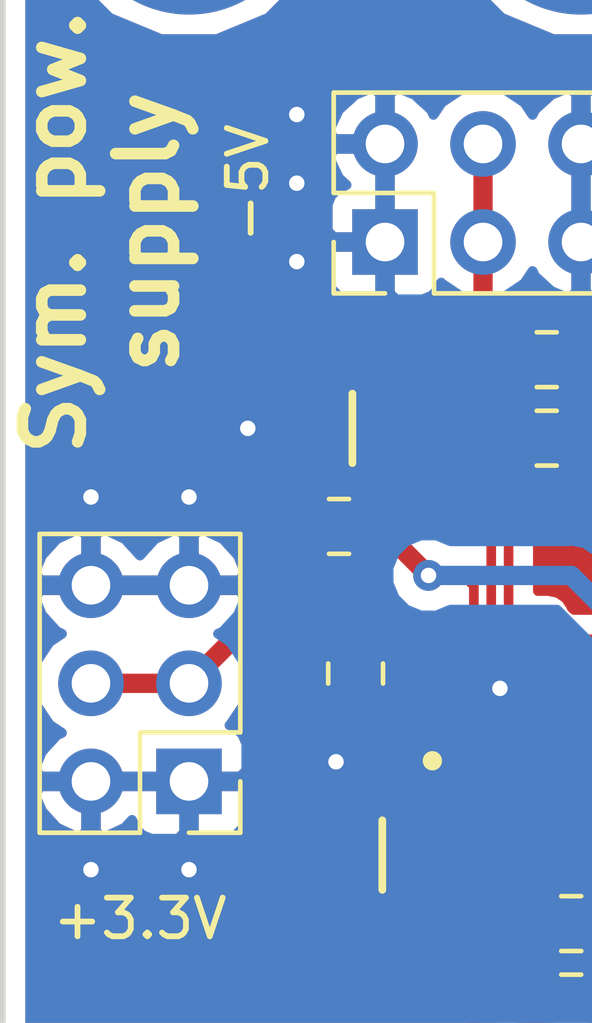
<source format=kicad_pcb>
(kicad_pcb (version 20171130) (host pcbnew "(5.0.0)")

  (general
    (thickness 1.6)
    (drawings 24)
    (tracks 86)
    (zones 0)
    (modules 16)
    (nets 11)
  )

  (page A4)
  (title_block
    (title "Dual output power supply")
    (rev v01)
    (comment 4 "Author: Marek Sommer")
  )

  (layers
    (0 F.Cu signal hide)
    (31 B.Cu signal hide)
    (32 B.Adhes user hide)
    (33 F.Adhes user hide)
    (34 B.Paste user hide)
    (35 F.Paste user hide)
    (36 B.SilkS user hide)
    (37 F.SilkS user)
    (38 B.Mask user hide)
    (39 F.Mask user hide)
    (40 Dwgs.User user hide)
    (41 Cmts.User user hide)
    (42 Eco1.User user hide)
    (43 Eco2.User user hide)
    (44 Edge.Cuts user hide)
    (45 Margin user hide)
    (46 B.CrtYd user hide)
    (47 F.CrtYd user hide)
    (48 B.Fab user hide)
    (49 F.Fab user)
  )

  (setup
    (last_trace_width 0.25)
    (trace_clearance 0.2)
    (zone_clearance 0.508)
    (zone_45_only no)
    (trace_min 0.2)
    (segment_width 0.2)
    (edge_width 0.15)
    (via_size 0.8)
    (via_drill 0.4)
    (via_min_size 0.4)
    (via_min_drill 0.3)
    (uvia_size 0.3)
    (uvia_drill 0.1)
    (uvias_allowed no)
    (uvia_min_size 0.2)
    (uvia_min_drill 0.1)
    (pcb_text_width 0.3)
    (pcb_text_size 1.5 1.5)
    (mod_edge_width 0.15)
    (mod_text_size 1 1)
    (mod_text_width 0.15)
    (pad_size 1.524 1.524)
    (pad_drill 0.762)
    (pad_to_mask_clearance 0.2)
    (aux_axis_origin 0 0)
    (visible_elements 7FFFFFFF)
    (pcbplotparams
      (layerselection 0x010fc_ffffffff)
      (usegerberextensions false)
      (usegerberattributes false)
      (usegerberadvancedattributes false)
      (creategerberjobfile false)
      (excludeedgelayer true)
      (linewidth 0.100000)
      (plotframeref false)
      (viasonmask false)
      (mode 1)
      (useauxorigin false)
      (hpglpennumber 1)
      (hpglpenspeed 20)
      (hpglpendiameter 15.000000)
      (psnegative false)
      (psa4output false)
      (plotreference true)
      (plotvalue true)
      (plotinvisibletext false)
      (padsonsilk false)
      (subtractmaskfromsilk false)
      (outputformat 4)
      (mirror false)
      (drillshape 0)
      (scaleselection 1)
      (outputdirectory ""))
  )

  (net 0 "")
  (net 1 GND)
  (net 2 "Net-(C1-Pad1)")
  (net 3 "Net-(C4-Pad1)")
  (net 4 "Net-(IC1-Pad10)")
  (net 5 "Net-(MH1-Pad1)")
  (net 6 "Net-(MH2-Pad1)")
  (net 7 "Net-(MH3-Pad1)")
  (net 8 "Net-(MH4-Pad1)")
  (net 9 "Net-(C2-Pad1)")
  (net 10 "Net-(IC1-Pad1)")

  (net_class Default "Toto je výchozí třída sítě."
    (clearance 0.2)
    (trace_width 0.25)
    (via_dia 0.8)
    (via_drill 0.4)
    (uvia_dia 0.3)
    (uvia_drill 0.1)
    (add_net GND)
    (add_net "Net-(C4-Pad1)")
    (add_net "Net-(IC1-Pad1)")
    (add_net "Net-(IC1-Pad10)")
    (add_net "Net-(MH1-Pad1)")
    (add_net "Net-(MH2-Pad1)")
    (add_net "Net-(MH3-Pad1)")
    (add_net "Net-(MH4-Pad1)")
  )

  (net_class POWER_ ""
    (clearance 0.2)
    (trace_width 0.5)
    (via_dia 0.8)
    (via_drill 0.4)
    (uvia_dia 0.3)
    (uvia_drill 0.1)
    (add_net "Net-(C1-Pad1)")
    (add_net "Net-(C2-Pad1)")
  )

  (module Connector_PinHeader_2.54mm:PinHeader_2x03_P2.54mm_Vertical (layer F.Cu) (tedit 5D108E10) (tstamp 5D1ED97C)
    (at 111.76 86.36 180)
    (descr "Through hole straight pin header, 2x03, 2.54mm pitch, double rows")
    (tags "Through hole pin header THT 2x03 2.54mm double row")
    (path /5CCA0A41)
    (fp_text reference +3.3V (at 1.27 -3.556 180) (layer F.SilkS)
      (effects (font (size 1 1) (thickness 0.15)))
    )
    (fp_text value "" (at 3.048 8.636 180) (layer F.Fab)
      (effects (font (size 1 1) (thickness 0.15)))
    )
    (fp_text user "conn_02x03 male" (at 1.27 2.54 270) (layer F.Fab)
      (effects (font (size 1 1) (thickness 0.15)))
    )
    (fp_line (start 4.35 -1.8) (end -1.8 -1.8) (layer F.CrtYd) (width 0.05))
    (fp_line (start 4.35 6.85) (end 4.35 -1.8) (layer F.CrtYd) (width 0.05))
    (fp_line (start -1.8 6.85) (end 4.35 6.85) (layer F.CrtYd) (width 0.05))
    (fp_line (start -1.8 -1.8) (end -1.8 6.85) (layer F.CrtYd) (width 0.05))
    (fp_line (start -1.33 -1.33) (end 0 -1.33) (layer F.SilkS) (width 0.12))
    (fp_line (start -1.33 0) (end -1.33 -1.33) (layer F.SilkS) (width 0.12))
    (fp_line (start 1.27 -1.33) (end 3.87 -1.33) (layer F.SilkS) (width 0.12))
    (fp_line (start 1.27 1.27) (end 1.27 -1.33) (layer F.SilkS) (width 0.12))
    (fp_line (start -1.33 1.27) (end 1.27 1.27) (layer F.SilkS) (width 0.12))
    (fp_line (start 3.87 -1.33) (end 3.87 6.41) (layer F.SilkS) (width 0.12))
    (fp_line (start -1.33 1.27) (end -1.33 6.41) (layer F.SilkS) (width 0.12))
    (fp_line (start -1.33 6.41) (end 3.87 6.41) (layer F.SilkS) (width 0.12))
    (fp_line (start -1.27 0) (end 0 -1.27) (layer F.Fab) (width 0.1))
    (fp_line (start -1.27 6.35) (end -1.27 0) (layer F.Fab) (width 0.1))
    (fp_line (start 3.81 6.35) (end -1.27 6.35) (layer F.Fab) (width 0.1))
    (fp_line (start 3.81 -1.27) (end 3.81 6.35) (layer F.Fab) (width 0.1))
    (fp_line (start 0 -1.27) (end 3.81 -1.27) (layer F.Fab) (width 0.1))
    (pad 6 thru_hole oval (at 2.54 5.08 180) (size 1.7 1.7) (drill 1) (layers *.Cu *.Mask)
      (net 1 GND))
    (pad 5 thru_hole oval (at 0 5.08 180) (size 1.7 1.7) (drill 1) (layers *.Cu *.Mask)
      (net 1 GND))
    (pad 4 thru_hole oval (at 2.54 2.54 180) (size 1.7 1.7) (drill 1) (layers *.Cu *.Mask)
      (net 2 "Net-(C1-Pad1)"))
    (pad 3 thru_hole oval (at 0 2.54 180) (size 1.7 1.7) (drill 1) (layers *.Cu *.Mask)
      (net 2 "Net-(C1-Pad1)"))
    (pad 2 thru_hole oval (at 2.54 0 180) (size 1.7 1.7) (drill 1) (layers *.Cu *.Mask)
      (net 1 GND))
    (pad 1 thru_hole rect (at 0 0 180) (size 1.7 1.7) (drill 1) (layers *.Cu *.Mask)
      (net 1 GND))
    (model ${KISYS3DMOD}/Connector_PinHeader_2.54mm.3dshapes/PinHeader_2x03_P2.54mm_Vertical.wrl
      (at (xyz 0 0 0))
      (scale (xyz 1 1 1))
      (rotate (xyz 0 0 0))
    )
  )

  (module Connector_PinHeader_2.54mm:PinHeader_2x03_P2.54mm_Vertical (layer F.Cu) (tedit 5D108E0D) (tstamp 5D1ED998)
    (at 116.84 97.79 90)
    (descr "Through hole straight pin header, 2x03, 2.54mm pitch, double rows")
    (tags "Through hole pin header THT 2x03 2.54mm double row")
    (path /5CCA7430)
    (fp_text reference +5V (at 1.27 -3.556 90) (layer F.SilkS)
      (effects (font (size 1 1) (thickness 0.15)))
    )
    (fp_text value "" (at 1.27 7.41 90) (layer F.Fab)
      (effects (font (size 1 1) (thickness 0.15)))
    )
    (fp_text user "conn_02x03 male" (at 1.27 2.54 180) (layer F.Fab)
      (effects (font (size 1 1) (thickness 0.15)))
    )
    (fp_line (start 4.35 -1.8) (end -1.8 -1.8) (layer F.CrtYd) (width 0.05))
    (fp_line (start 4.35 6.85) (end 4.35 -1.8) (layer F.CrtYd) (width 0.05))
    (fp_line (start -1.8 6.85) (end 4.35 6.85) (layer F.CrtYd) (width 0.05))
    (fp_line (start -1.8 -1.8) (end -1.8 6.85) (layer F.CrtYd) (width 0.05))
    (fp_line (start -1.33 -1.33) (end 0 -1.33) (layer F.SilkS) (width 0.12))
    (fp_line (start -1.33 0) (end -1.33 -1.33) (layer F.SilkS) (width 0.12))
    (fp_line (start 1.27 -1.33) (end 3.87 -1.33) (layer F.SilkS) (width 0.12))
    (fp_line (start 1.27 1.27) (end 1.27 -1.33) (layer F.SilkS) (width 0.12))
    (fp_line (start -1.33 1.27) (end 1.27 1.27) (layer F.SilkS) (width 0.12))
    (fp_line (start 3.87 -1.33) (end 3.87 6.41) (layer F.SilkS) (width 0.12))
    (fp_line (start -1.33 1.27) (end -1.33 6.41) (layer F.SilkS) (width 0.12))
    (fp_line (start -1.33 6.41) (end 3.87 6.41) (layer F.SilkS) (width 0.12))
    (fp_line (start -1.27 0) (end 0 -1.27) (layer F.Fab) (width 0.1))
    (fp_line (start -1.27 6.35) (end -1.27 0) (layer F.Fab) (width 0.1))
    (fp_line (start 3.81 6.35) (end -1.27 6.35) (layer F.Fab) (width 0.1))
    (fp_line (start 3.81 -1.27) (end 3.81 6.35) (layer F.Fab) (width 0.1))
    (fp_line (start 0 -1.27) (end 3.81 -1.27) (layer F.Fab) (width 0.1))
    (pad 6 thru_hole oval (at 2.54 5.08 90) (size 1.7 1.7) (drill 1) (layers *.Cu *.Mask)
      (net 1 GND))
    (pad 5 thru_hole oval (at 0 5.08 90) (size 1.7 1.7) (drill 1) (layers *.Cu *.Mask)
      (net 1 GND))
    (pad 4 thru_hole oval (at 2.54 2.54 90) (size 1.7 1.7) (drill 1) (layers *.Cu *.Mask)
      (net 9 "Net-(C2-Pad1)"))
    (pad 3 thru_hole oval (at 0 2.54 90) (size 1.7 1.7) (drill 1) (layers *.Cu *.Mask)
      (net 9 "Net-(C2-Pad1)"))
    (pad 2 thru_hole oval (at 2.54 0 90) (size 1.7 1.7) (drill 1) (layers *.Cu *.Mask)
      (net 1 GND))
    (pad 1 thru_hole rect (at 0 0 90) (size 1.7 1.7) (drill 1) (layers *.Cu *.Mask)
      (net 1 GND))
    (model ${KISYS3DMOD}/Connector_PinHeader_2.54mm.3dshapes/PinHeader_2x03_P2.54mm_Vertical.wrl
      (at (xyz 0 0 0))
      (scale (xyz 1 1 1))
      (rotate (xyz 0 0 0))
    )
  )

  (module Connector_PinHeader_2.54mm:PinHeader_2x03_P2.54mm_Vertical (layer F.Cu) (tedit 5D108E0A) (tstamp 5D27C036)
    (at 116.84 72.39 90)
    (descr "Through hole straight pin header, 2x03, 2.54mm pitch, double rows")
    (tags "Through hole pin header THT 2x03 2.54mm double row")
    (path /5CCB05A5)
    (fp_text reference -5V (at 1.524 -3.556 90) (layer F.SilkS)
      (effects (font (size 1 1) (thickness 0.15)))
    )
    (fp_text value "" (at 1.27 7.41 90) (layer F.Fab)
      (effects (font (size 1 1) (thickness 0.15)))
    )
    (fp_text user "conn_02x03 male" (at 1.27 2.54 180) (layer F.Fab)
      (effects (font (size 1 1) (thickness 0.15)))
    )
    (fp_line (start 4.35 -1.8) (end -1.8 -1.8) (layer F.CrtYd) (width 0.05))
    (fp_line (start 4.35 6.85) (end 4.35 -1.8) (layer F.CrtYd) (width 0.05))
    (fp_line (start -1.8 6.85) (end 4.35 6.85) (layer F.CrtYd) (width 0.05))
    (fp_line (start -1.8 -1.8) (end -1.8 6.85) (layer F.CrtYd) (width 0.05))
    (fp_line (start -1.33 -1.33) (end 0 -1.33) (layer F.SilkS) (width 0.12))
    (fp_line (start -1.33 0) (end -1.33 -1.33) (layer F.SilkS) (width 0.12))
    (fp_line (start 1.27 -1.33) (end 3.87 -1.33) (layer F.SilkS) (width 0.12))
    (fp_line (start 1.27 1.27) (end 1.27 -1.33) (layer F.SilkS) (width 0.12))
    (fp_line (start -1.33 1.27) (end 1.27 1.27) (layer F.SilkS) (width 0.12))
    (fp_line (start 3.87 -1.33) (end 3.87 6.41) (layer F.SilkS) (width 0.12))
    (fp_line (start -1.33 1.27) (end -1.33 6.41) (layer F.SilkS) (width 0.12))
    (fp_line (start -1.33 6.41) (end 3.87 6.41) (layer F.SilkS) (width 0.12))
    (fp_line (start -1.27 0) (end 0 -1.27) (layer F.Fab) (width 0.1))
    (fp_line (start -1.27 6.35) (end -1.27 0) (layer F.Fab) (width 0.1))
    (fp_line (start 3.81 6.35) (end -1.27 6.35) (layer F.Fab) (width 0.1))
    (fp_line (start 3.81 -1.27) (end 3.81 6.35) (layer F.Fab) (width 0.1))
    (fp_line (start 0 -1.27) (end 3.81 -1.27) (layer F.Fab) (width 0.1))
    (pad 6 thru_hole oval (at 2.54 5.08 90) (size 1.7 1.7) (drill 1) (layers *.Cu *.Mask)
      (net 1 GND))
    (pad 5 thru_hole oval (at 0 5.08 90) (size 1.7 1.7) (drill 1) (layers *.Cu *.Mask)
      (net 1 GND))
    (pad 4 thru_hole oval (at 2.54 2.54 90) (size 1.7 1.7) (drill 1) (layers *.Cu *.Mask)
      (net 3 "Net-(C4-Pad1)"))
    (pad 3 thru_hole oval (at 0 2.54 90) (size 1.7 1.7) (drill 1) (layers *.Cu *.Mask)
      (net 3 "Net-(C4-Pad1)"))
    (pad 2 thru_hole oval (at 2.54 0 90) (size 1.7 1.7) (drill 1) (layers *.Cu *.Mask)
      (net 1 GND))
    (pad 1 thru_hole rect (at 0 0 90) (size 1.7 1.7) (drill 1) (layers *.Cu *.Mask)
      (net 1 GND))
    (model ${KISYS3DMOD}/Connector_PinHeader_2.54mm.3dshapes/PinHeader_2x03_P2.54mm_Vertical.wrl
      (at (xyz 0 0 0))
      (scale (xyz 1 1 1))
      (rotate (xyz 0 0 0))
    )
  )

  (module SamacSys_Parts:1239AS-H-4R7M=P2 (layer F.Cu) (tedit 5D108DE7) (tstamp 5CF32A7A)
    (at 115.994 77.216 180)
    (descr "1008(2520) t=1.2")
    (tags Inductor)
    (path /5CCA00D1)
    (attr smd)
    (fp_text reference L2 (at 0.17 0 180) (layer F.SilkS) hide
      (effects (font (size 0.8 0.8) (thickness 0.15)))
    )
    (fp_text value 1239AS-H-4R7M=P2 (at 9.06 1.016 180) (layer F.Fab) hide
      (effects (font (size 0.8 0.8) (thickness 0.15)))
    )
    (fp_line (start 0 -0.9) (end 0 0.9) (layer F.SilkS) (width 0.2))
    (fp_line (start -1.25 1) (end -1.25 -1) (layer Dwgs.User) (width 0.1))
    (fp_line (start 1.25 1) (end -1.25 1) (layer Dwgs.User) (width 0.1))
    (fp_line (start 1.25 -1) (end 1.25 1) (layer Dwgs.User) (width 0.1))
    (fp_line (start -1.25 -1) (end 1.25 -1) (layer Dwgs.User) (width 0.1))
    (fp_line (start -1.975 1.35) (end -1.975 -1.35) (layer Dwgs.User) (width 0.05))
    (fp_line (start 1.975 1.35) (end -1.975 1.35) (layer Dwgs.User) (width 0.05))
    (fp_line (start 1.975 -1.35) (end 1.975 1.35) (layer Dwgs.User) (width 0.05))
    (fp_line (start -1.975 -1.35) (end 1.975 -1.35) (layer Dwgs.User) (width 0.05))
    (pad 2 smd rect (at 1.1 0 180) (size 1.25 2.2) (layers F.Cu F.Paste)
      (net 1 GND))
    (pad 1 smd rect (at -1.1 0 180) (size 1.25 2.2) (layers F.Cu F.Paste)
      (net 4 "Net-(IC1-Pad10)"))
    (model C:\Users\somme\Dropbox\KiCad\Libraries\SamacSys_Parts.3dshapes\1239AS-H-4R7M=P2.stp
      (at (xyz 0 0 0))
      (scale (xyz 1 1 1))
      (rotate (xyz 0 0 0))
    )
  )

  (module Capacitor_SMD:C_0805_2012Metric (layer F.Cu) (tedit 5D108DE5) (tstamp 5CCFED98)
    (at 115.6485 79.756 180)
    (descr "Capacitor SMD 0805 (2012 Metric), square (rectangular) end terminal, IPC_7351 nominal, (Body size source: https://docs.google.com/spreadsheets/d/1BsfQQcO9C6DZCsRaXUlFlo91Tg2WpOkGARC1WS5S8t0/edit?usp=sharing), generated with kicad-footprint-generator")
    (tags capacitor)
    (path /5CD1EAEE)
    (attr smd)
    (fp_text reference C1 (at 2.3645 1.27 90) (layer F.SilkS) hide
      (effects (font (size 0.8 0.8) (thickness 0.15)))
    )
    (fp_text value GRM21BR71E104KA01 (at 8.390321 1.27 180) (layer F.Fab) hide
      (effects (font (size 0.8 0.8) (thickness 0.15)))
    )
    (fp_text user %R (at 0 0 180) (layer F.Fab)
      (effects (font (size 0.5 0.5) (thickness 0.08)))
    )
    (fp_line (start 1.68 0.95) (end -1.68 0.95) (layer F.CrtYd) (width 0.05))
    (fp_line (start 1.68 -0.95) (end 1.68 0.95) (layer F.CrtYd) (width 0.05))
    (fp_line (start -1.68 -0.95) (end 1.68 -0.95) (layer F.CrtYd) (width 0.05))
    (fp_line (start -1.68 0.95) (end -1.68 -0.95) (layer F.CrtYd) (width 0.05))
    (fp_line (start -0.258578 0.71) (end 0.258578 0.71) (layer F.SilkS) (width 0.12))
    (fp_line (start -0.258578 -0.71) (end 0.258578 -0.71) (layer F.SilkS) (width 0.12))
    (fp_line (start 1 0.6) (end -1 0.6) (layer F.Fab) (width 0.1))
    (fp_line (start 1 -0.6) (end 1 0.6) (layer F.Fab) (width 0.1))
    (fp_line (start -1 -0.6) (end 1 -0.6) (layer F.Fab) (width 0.1))
    (fp_line (start -1 0.6) (end -1 -0.6) (layer F.Fab) (width 0.1))
    (pad 2 smd roundrect (at 0.9375 0 180) (size 0.975 1.4) (layers F.Cu F.Paste F.Mask) (roundrect_rratio 0.25)
      (net 1 GND))
    (pad 1 smd roundrect (at -0.9375 0 180) (size 0.975 1.4) (layers F.Cu F.Paste F.Mask) (roundrect_rratio 0.25)
      (net 2 "Net-(C1-Pad1)"))
    (model ${KISYS3DMOD}/Capacitor_SMD.3dshapes/C_0805_2012Metric.wrl
      (at (xyz 0 0 0))
      (scale (xyz 1 1 1))
      (rotate (xyz 0 0 0))
    )
  )

  (module Capacitor_SMD:C_0805_2012Metric (layer F.Cu) (tedit 5D108DDD) (tstamp 5CDC59C7)
    (at 121.666 92.075)
    (descr "Capacitor SMD 0805 (2012 Metric), square (rectangular) end terminal, IPC_7351 nominal, (Body size source: https://docs.google.com/spreadsheets/d/1BsfQQcO9C6DZCsRaXUlFlo91Tg2WpOkGARC1WS5S8t0/edit?usp=sharing), generated with kicad-footprint-generator")
    (tags capacitor)
    (path /5CCA5D0F)
    (attr smd)
    (fp_text reference C2 (at -2.54 0.127 180) (layer F.SilkS) hide
      (effects (font (size 0.8 0.8) (thickness 0.15)))
    )
    (fp_text value GRM21BR71A106KE51 (at 8.382 -0.127) (layer F.Fab) hide
      (effects (font (size 0.8 0.8) (thickness 0.15)))
    )
    (fp_line (start -1 0.6) (end -1 -0.6) (layer F.Fab) (width 0.1))
    (fp_line (start -1 -0.6) (end 1 -0.6) (layer F.Fab) (width 0.1))
    (fp_line (start 1 -0.6) (end 1 0.6) (layer F.Fab) (width 0.1))
    (fp_line (start 1 0.6) (end -1 0.6) (layer F.Fab) (width 0.1))
    (fp_line (start -0.258578 -0.71) (end 0.258578 -0.71) (layer F.SilkS) (width 0.12))
    (fp_line (start -0.258578 0.71) (end 0.258578 0.71) (layer F.SilkS) (width 0.12))
    (fp_line (start -1.68 0.95) (end -1.68 -0.95) (layer F.CrtYd) (width 0.05))
    (fp_line (start -1.68 -0.95) (end 1.68 -0.95) (layer F.CrtYd) (width 0.05))
    (fp_line (start 1.68 -0.95) (end 1.68 0.95) (layer F.CrtYd) (width 0.05))
    (fp_line (start 1.68 0.95) (end -1.68 0.95) (layer F.CrtYd) (width 0.05))
    (fp_text user "" (at 2.286 0.635) (layer F.Fab)
      (effects (font (size 0.5 0.5) (thickness 0.08)))
    )
    (pad 1 smd roundrect (at -0.9375 0) (size 0.975 1.4) (layers F.Cu F.Paste F.Mask) (roundrect_rratio 0.25)
      (net 9 "Net-(C2-Pad1)"))
    (pad 2 smd roundrect (at 0.9375 0) (size 0.975 1.4) (layers F.Cu F.Paste F.Mask) (roundrect_rratio 0.25)
      (net 1 GND))
    (model ${KISYS3DMOD}/Capacitor_SMD.3dshapes/C_0805_2012Metric.wrl
      (at (xyz 0 0 0))
      (scale (xyz 1 1 1))
      (rotate (xyz 0 0 0))
    )
  )

  (module Capacitor_SMD:C_0805_2012Metric (layer F.Cu) (tedit 5D108DE2) (tstamp 5D1ED934)
    (at 116.078 83.566 270)
    (descr "Capacitor SMD 0805 (2012 Metric), square (rectangular) end terminal, IPC_7351 nominal, (Body size source: https://docs.google.com/spreadsheets/d/1BsfQQcO9C6DZCsRaXUlFlo91Tg2WpOkGARC1WS5S8t0/edit?usp=sharing), generated with kicad-footprint-generator")
    (tags capacitor)
    (path /5CCA020E)
    (attr smd)
    (fp_text reference C3 (at 1.647152 1.961821 90) (layer F.SilkS) hide
      (effects (font (size 0.8 0.8) (thickness 0.15)))
    )
    (fp_text value GRM21BR71A106KE5 (at 0.254 15.748) (layer F.Fab) hide
      (effects (font (size 0.8 0.8) (thickness 0.15)))
    )
    (fp_line (start -1 0.6) (end -1 -0.6) (layer F.Fab) (width 0.1))
    (fp_line (start -1 -0.6) (end 1 -0.6) (layer F.Fab) (width 0.1))
    (fp_line (start 1 -0.6) (end 1 0.6) (layer F.Fab) (width 0.1))
    (fp_line (start 1 0.6) (end -1 0.6) (layer F.Fab) (width 0.1))
    (fp_line (start -0.258578 -0.71) (end 0.258578 -0.71) (layer F.SilkS) (width 0.12))
    (fp_line (start -0.258578 0.71) (end 0.258578 0.71) (layer F.SilkS) (width 0.12))
    (fp_line (start -1.68 0.95) (end -1.68 -0.95) (layer F.CrtYd) (width 0.05))
    (fp_line (start -1.68 -0.95) (end 1.68 -0.95) (layer F.CrtYd) (width 0.05))
    (fp_line (start 1.68 -0.95) (end 1.68 0.95) (layer F.CrtYd) (width 0.05))
    (fp_line (start 1.68 0.95) (end -1.68 0.95) (layer F.CrtYd) (width 0.05))
    (fp_text user %R (at 0 0 270) (layer F.Fab)
      (effects (font (size 0.5 0.5) (thickness 0.08)))
    )
    (pad 1 smd roundrect (at -0.9375 0 270) (size 0.975 1.4) (layers F.Cu F.Paste F.Mask) (roundrect_rratio 0.25)
      (net 2 "Net-(C1-Pad1)"))
    (pad 2 smd roundrect (at 0.9375 0 270) (size 0.975 1.4) (layers F.Cu F.Paste F.Mask) (roundrect_rratio 0.25)
      (net 1 GND))
    (model ${KISYS3DMOD}/Capacitor_SMD.3dshapes/C_0805_2012Metric.wrl
      (at (xyz 0 0 0))
      (scale (xyz 1 1 1))
      (rotate (xyz 0 0 0))
    )
  )

  (module Capacitor_SMD:C_0805_2012Metric (layer F.Cu) (tedit 5D108DAA) (tstamp 5CF3175A)
    (at 121.031 75.438)
    (descr "Capacitor SMD 0805 (2012 Metric), square (rectangular) end terminal, IPC_7351 nominal, (Body size source: https://docs.google.com/spreadsheets/d/1BsfQQcO9C6DZCsRaXUlFlo91Tg2WpOkGARC1WS5S8t0/edit?usp=sharing), generated with kicad-footprint-generator")
    (tags capacitor)
    (path /5CCAD918)
    (attr smd)
    (fp_text reference C4 (at -2.667 -0.254 90) (layer F.SilkS) hide
      (effects (font (size 0.8 0.8) (thickness 0.15)))
    )
    (fp_text value GRM21BR71A106KE5 (at 8.001 0) (layer F.Fab) hide
      (effects (font (size 0.8 0.8) (thickness 0.15)))
    )
    (fp_text user %R (at 0 0) (layer F.Fab)
      (effects (font (size 0.5 0.5) (thickness 0.08)))
    )
    (fp_line (start 1.68 0.95) (end -1.68 0.95) (layer F.CrtYd) (width 0.05))
    (fp_line (start 1.68 -0.95) (end 1.68 0.95) (layer F.CrtYd) (width 0.05))
    (fp_line (start -1.68 -0.95) (end 1.68 -0.95) (layer F.CrtYd) (width 0.05))
    (fp_line (start -1.68 0.95) (end -1.68 -0.95) (layer F.CrtYd) (width 0.05))
    (fp_line (start -0.258578 0.71) (end 0.258578 0.71) (layer F.SilkS) (width 0.12))
    (fp_line (start -0.258578 -0.71) (end 0.258578 -0.71) (layer F.SilkS) (width 0.12))
    (fp_line (start 1 0.6) (end -1 0.6) (layer F.Fab) (width 0.1))
    (fp_line (start 1 -0.6) (end 1 0.6) (layer F.Fab) (width 0.1))
    (fp_line (start -1 -0.6) (end 1 -0.6) (layer F.Fab) (width 0.1))
    (fp_line (start -1 0.6) (end -1 -0.6) (layer F.Fab) (width 0.1))
    (pad 2 smd roundrect (at 0.9375 0) (size 0.975 1.4) (layers F.Cu F.Paste F.Mask) (roundrect_rratio 0.25)
      (net 1 GND))
    (pad 1 smd roundrect (at -0.9375 0) (size 0.975 1.4) (layers F.Cu F.Paste F.Mask) (roundrect_rratio 0.25)
      (net 3 "Net-(C4-Pad1)"))
    (model ${KISYS3DMOD}/Capacitor_SMD.3dshapes/C_0805_2012Metric.wrl
      (at (xyz 0 0 0))
      (scale (xyz 1 1 1))
      (rotate (xyz 0 0 0))
    )
  )

  (module SamacSys_Parts:SON45P300X300X80-13N-D (layer F.Cu) (tedit 5D108E27) (tstamp 5CF32237)
    (at 119.817821 83.950848 90)
    (descr DPD0012A)
    (tags "Integrated Circuit")
    (path /5CC9FF14)
    (attr smd)
    (fp_text reference U1 (at -0.885152 2.610179 90) (layer F.SilkS) hide
      (effects (font (size 0.8 0.8) (thickness 0.15)))
    )
    (fp_text value TPS65133DPDR (at -0.377152 6.674179 180) (layer F.Fab) hide
      (effects (font (size 0.8 0.8) (thickness 0.15)))
    )
    (fp_line (start -2.125 -1.8) (end 2.125 -1.8) (layer Dwgs.User) (width 0.05))
    (fp_line (start 2.125 -1.8) (end 2.125 1.8) (layer Dwgs.User) (width 0.05))
    (fp_line (start 2.125 1.8) (end -2.125 1.8) (layer Dwgs.User) (width 0.05))
    (fp_line (start -2.125 1.8) (end -2.125 -1.8) (layer Dwgs.User) (width 0.05))
    (fp_line (start -1.5 -1.5) (end 1.5 -1.5) (layer Dwgs.User) (width 0.1))
    (fp_line (start 1.5 -1.5) (end 1.5 1.5) (layer Dwgs.User) (width 0.1))
    (fp_line (start 1.5 1.5) (end -1.5 1.5) (layer Dwgs.User) (width 0.1))
    (fp_line (start -1.5 1.5) (end -1.5 -1.5) (layer Dwgs.User) (width 0.1))
    (fp_line (start -1.5 -0.75) (end -0.75 -1.5) (layer Dwgs.User) (width 0.1))
    (fp_circle (center -1.875 -1.75) (end -1.875 -1.625) (layer F.SilkS) (width 0.25))
    (pad 1 smd rect (at -1.45 -1.125 180) (size 0.25 0.85) (layers F.Cu F.Paste)
      (net 10 "Net-(IC1-Pad1)"))
    (pad 2 smd rect (at -1.45 -0.675 180) (size 0.25 0.85) (layers F.Cu F.Paste)
      (net 1 GND))
    (pad 3 smd rect (at -1.45 -0.225 180) (size 0.25 0.85) (layers F.Cu F.Paste)
      (net 9 "Net-(C2-Pad1)"))
    (pad 4 smd rect (at -1.45 0.225 180) (size 0.25 0.85) (layers F.Cu F.Paste)
      (net 1 GND))
    (pad 5 smd rect (at -1.45 0.675 180) (size 0.25 0.85) (layers F.Cu F.Paste)
      (net 1 GND))
    (pad 6 smd rect (at -1.45 1.125 180) (size 0.25 0.85) (layers F.Cu F.Paste)
      (net 1 GND))
    (pad 7 smd rect (at 1.45 1.125 180) (size 0.25 0.85) (layers F.Cu F.Paste)
      (net 2 "Net-(C1-Pad1)"))
    (pad 8 smd rect (at 1.45 0.675 180) (size 0.25 0.85) (layers F.Cu F.Paste)
      (net 1 GND))
    (pad 9 smd rect (at 1.45 0.225 180) (size 0.25 0.85) (layers F.Cu F.Paste)
      (net 3 "Net-(C4-Pad1)"))
    (pad 10 smd rect (at 1.45 -0.225 180) (size 0.25 0.85) (layers F.Cu F.Paste)
      (net 4 "Net-(IC1-Pad10)"))
    (pad 11 smd rect (at 1.45 -0.675 180) (size 0.25 0.85) (layers F.Cu F.Paste)
      (net 2 "Net-(C1-Pad1)"))
    (pad 12 smd rect (at 1.45 -1.125 180) (size 0.25 0.85) (layers F.Cu F.Paste)
      (net 2 "Net-(C1-Pad1)"))
    (pad 13 smd rect (at 0 0 90) (size 1.31 2.12) (layers F.Cu F.Paste)
      (net 1 GND))
    (model C:\Users\somme\Dropbox\KiCad\Libraries\SamacSys_Parts.3dshapes\TPS65133DPDR.stp
      (at (xyz 0 0 0))
      (scale (xyz 1 1 1))
      (rotate (xyz 0 0 0))
    )
  )

  (module SamacSys_Parts:1239AS-H-4R7M=P2 (layer F.Cu) (tedit 5D108DDF) (tstamp 5D1ED9C3)
    (at 116.769821 88.268848 180)
    (descr "1008(2520) t=1.2")
    (tags Inductor)
    (path /5CCA0079)
    (attr smd)
    (fp_text reference L1 (at -0.070179 -0.123152 180) (layer F.SilkS) hide
      (effects (font (size 0.8 0.8) (thickness 0.15)))
    )
    (fp_text value 1239AS-H-4R7M=P2 (at 10.851821 -0.885152 180) (layer F.Fab) hide
      (effects (font (size 0.8 0.8) (thickness 0.15)))
    )
    (fp_line (start -1.975 -1.35) (end 1.975 -1.35) (layer Dwgs.User) (width 0.05))
    (fp_line (start 1.975 -1.35) (end 1.975 1.35) (layer Dwgs.User) (width 0.05))
    (fp_line (start 1.975 1.35) (end -1.975 1.35) (layer Dwgs.User) (width 0.05))
    (fp_line (start -1.975 1.35) (end -1.975 -1.35) (layer Dwgs.User) (width 0.05))
    (fp_line (start -1.25 -1) (end 1.25 -1) (layer Dwgs.User) (width 0.1))
    (fp_line (start 1.25 -1) (end 1.25 1) (layer Dwgs.User) (width 0.1))
    (fp_line (start 1.25 1) (end -1.25 1) (layer Dwgs.User) (width 0.1))
    (fp_line (start -1.25 1) (end -1.25 -1) (layer Dwgs.User) (width 0.1))
    (fp_line (start 0 -0.9) (end 0 0.9) (layer F.SilkS) (width 0.2))
    (pad 1 smd rect (at -1.1 0 180) (size 1.25 2.2) (layers F.Cu F.Paste)
      (net 10 "Net-(IC1-Pad1)"))
    (pad 2 smd rect (at 1.1 0 180) (size 1.25 2.2) (layers F.Cu F.Paste)
      (net 2 "Net-(C1-Pad1)"))
    (model C:\Users\somme\Dropbox\KiCad\Libraries\SamacSys_Parts.3dshapes\1239AS-H-4R7M=P2.stp
      (at (xyz 0 0 0))
      (scale (xyz 1 1 1))
      (rotate (xyz 0 0 0))
    )
  )

  (module MountingHole:MountingHole_3mm_Pad locked (layer F.Cu) (tedit 5CE67F0C) (tstamp 5D435294)
    (at 111.76 63.5)
    (descr "Mounting Hole 3mm")
    (tags "mounting hole 3mm")
    (path /5CCC785A)
    (attr virtual)
    (fp_text reference "" (at 0 -4) (layer F.SilkS)
      (effects (font (size 1 1) (thickness 0.15)))
    )
    (fp_text value "" (at 0 4) (layer F.Fab)
      (effects (font (size 1 1) (thickness 0.15)))
    )
    (fp_text user %R (at 0.3 0) (layer F.Fab)
      (effects (font (size 1 1) (thickness 0.15)))
    )
    (fp_circle (center 0 0) (end 3 0) (layer Cmts.User) (width 0.15))
    (fp_circle (center 0 0) (end 3.25 0) (layer F.CrtYd) (width 0.05))
    (pad 1 thru_hole circle (at 0 0) (size 6 6) (drill 3) (layers *.Cu *.Mask)
      (net 5 "Net-(MH1-Pad1)"))
  )

  (module MountingHole:MountingHole_3mm_Pad (layer F.Cu) (tedit 5CE68050) (tstamp 5D43529C)
    (at 111.76 104.14)
    (descr "Mounting Hole 3mm")
    (tags "mounting hole 3mm")
    (path /5CCC78C6)
    (attr virtual)
    (fp_text reference "" (at 0 -4) (layer F.SilkS)
      (effects (font (size 1 1) (thickness 0.15)))
    )
    (fp_text value "" (at 0 4) (layer F.Fab)
      (effects (font (size 1 1) (thickness 0.15)))
    )
    (fp_circle (center 0 0) (end 3.25 0) (layer F.CrtYd) (width 0.05))
    (fp_circle (center 0 0) (end 3 0) (layer Cmts.User) (width 0.15))
    (fp_text user %R (at 0.3 0) (layer F.Fab)
      (effects (font (size 1 1) (thickness 0.15)))
    )
    (pad 1 thru_hole circle (at 0 0) (size 6 6) (drill 3) (layers *.Cu *.Mask)
      (net 6 "Net-(MH2-Pad1)"))
  )

  (module MountingHole:MountingHole_3mm_Pad locked (layer F.Cu) (tedit 5CE67F11) (tstamp 5D4352A4)
    (at 121.92 63.5)
    (descr "Mounting Hole 3mm")
    (tags "mounting hole 3mm")
    (path /5CCC78F8)
    (attr virtual)
    (fp_text reference "" (at 0 -4) (layer F.SilkS)
      (effects (font (size 1 1) (thickness 0.15)))
    )
    (fp_text value "" (at 0 4) (layer F.Fab)
      (effects (font (size 1 1) (thickness 0.15)))
    )
    (fp_text user %R (at 0.3 0) (layer F.Fab)
      (effects (font (size 1 1) (thickness 0.15)))
    )
    (fp_circle (center 0 0) (end 3 0) (layer Cmts.User) (width 0.15))
    (fp_circle (center 0 0) (end 3.25 0) (layer F.CrtYd) (width 0.05))
    (pad 1 thru_hole circle (at 0 0) (size 6 6) (drill 3) (layers *.Cu *.Mask)
      (net 7 "Net-(MH3-Pad1)"))
  )

  (module MountingHole:MountingHole_3mm_Pad (layer F.Cu) (tedit 5CE68053) (tstamp 5D4352AC)
    (at 121.92 104.14)
    (descr "Mounting Hole 3mm")
    (tags "mounting hole 3mm")
    (path /5CCC7963)
    (attr virtual)
    (fp_text reference "" (at 0 -4) (layer F.SilkS)
      (effects (font (size 1 1) (thickness 0.15)))
    )
    (fp_text value "" (at 0 4) (layer F.Fab)
      (effects (font (size 1 1) (thickness 0.15)))
    )
    (fp_circle (center 0 0) (end 3.25 0) (layer F.CrtYd) (width 0.05))
    (fp_circle (center 0 0) (end 3 0) (layer Cmts.User) (width 0.15))
    (fp_text user %R (at 0.3 0) (layer F.Fab)
      (effects (font (size 1 1) (thickness 0.15)))
    )
    (pad 1 thru_hole circle (at 0 0) (size 6 6) (drill 3) (layers *.Cu *.Mask)
      (net 8 "Net-(MH4-Pad1)"))
  )

  (module Capacitor_SMD:C_0805_2012Metric (layer F.Cu) (tedit 5D108DB0) (tstamp 5CF2DE87)
    (at 121.666 90.043)
    (descr "Capacitor SMD 0805 (2012 Metric), square (rectangular) end terminal, IPC_7351 nominal, (Body size source: https://docs.google.com/spreadsheets/d/1BsfQQcO9C6DZCsRaXUlFlo91Tg2WpOkGARC1WS5S8t0/edit?usp=sharing), generated with kicad-footprint-generator")
    (tags capacitor)
    (path /5CE67F0B)
    (attr smd)
    (fp_text reference C5 (at 2.286 -1.905 90) (layer F.SilkS) hide
      (effects (font (size 0.8 0.8) (thickness 0.15)))
    )
    (fp_text value GRM21BR71E104KA01 (at 8.382 0.127) (layer F.Fab) hide
      (effects (font (size 0.8 0.8) (thickness 0.15)))
    )
    (fp_text user %R (at 0 0) (layer F.Fab)
      (effects (font (size 0.5 0.5) (thickness 0.08)))
    )
    (fp_line (start 1.68 0.95) (end -1.68 0.95) (layer F.CrtYd) (width 0.05))
    (fp_line (start 1.68 -0.95) (end 1.68 0.95) (layer F.CrtYd) (width 0.05))
    (fp_line (start -1.68 -0.95) (end 1.68 -0.95) (layer F.CrtYd) (width 0.05))
    (fp_line (start -1.68 0.95) (end -1.68 -0.95) (layer F.CrtYd) (width 0.05))
    (fp_line (start -0.258578 0.71) (end 0.258578 0.71) (layer F.SilkS) (width 0.12))
    (fp_line (start -0.258578 -0.71) (end 0.258578 -0.71) (layer F.SilkS) (width 0.12))
    (fp_line (start 1 0.6) (end -1 0.6) (layer F.Fab) (width 0.1))
    (fp_line (start 1 -0.6) (end 1 0.6) (layer F.Fab) (width 0.1))
    (fp_line (start -1 -0.6) (end 1 -0.6) (layer F.Fab) (width 0.1))
    (fp_line (start -1 0.6) (end -1 -0.6) (layer F.Fab) (width 0.1))
    (pad 2 smd roundrect (at 0.9375 0) (size 0.975 1.4) (layers F.Cu F.Paste F.Mask) (roundrect_rratio 0.25)
      (net 1 GND))
    (pad 1 smd roundrect (at -0.9375 0) (size 0.975 1.4) (layers F.Cu F.Paste F.Mask) (roundrect_rratio 0.25)
      (net 9 "Net-(C2-Pad1)"))
    (model ${KISYS3DMOD}/Capacitor_SMD.3dshapes/C_0805_2012Metric.wrl
      (at (xyz 0 0 0))
      (scale (xyz 1 1 1))
      (rotate (xyz 0 0 0))
    )
  )

  (module Capacitor_SMD:C_0805_2012Metric (layer F.Cu) (tedit 5D108DAD) (tstamp 5CF2DE98)
    (at 121.031 77.47)
    (descr "Capacitor SMD 0805 (2012 Metric), square (rectangular) end terminal, IPC_7351 nominal, (Body size source: https://docs.google.com/spreadsheets/d/1BsfQQcO9C6DZCsRaXUlFlo91Tg2WpOkGARC1WS5S8t0/edit?usp=sharing), generated with kicad-footprint-generator")
    (tags capacitor)
    (path /5CE70361)
    (attr smd)
    (fp_text reference C6 (at 2.413 1.778 90) (layer F.SilkS) hide
      (effects (font (size 0.8 0.8) (thickness 0.15)))
    )
    (fp_text value GRM21BR71E104KA01 (at 8.509 0) (layer F.Fab) hide
      (effects (font (size 0.8 0.8) (thickness 0.15)))
    )
    (fp_line (start -1 0.6) (end -1 -0.6) (layer F.Fab) (width 0.1))
    (fp_line (start -1 -0.6) (end 1 -0.6) (layer F.Fab) (width 0.1))
    (fp_line (start 1 -0.6) (end 1 0.6) (layer F.Fab) (width 0.1))
    (fp_line (start 1 0.6) (end -1 0.6) (layer F.Fab) (width 0.1))
    (fp_line (start -0.258578 -0.71) (end 0.258578 -0.71) (layer F.SilkS) (width 0.12))
    (fp_line (start -0.258578 0.71) (end 0.258578 0.71) (layer F.SilkS) (width 0.12))
    (fp_line (start -1.68 0.95) (end -1.68 -0.95) (layer F.CrtYd) (width 0.05))
    (fp_line (start -1.68 -0.95) (end 1.68 -0.95) (layer F.CrtYd) (width 0.05))
    (fp_line (start 1.68 -0.95) (end 1.68 0.95) (layer F.CrtYd) (width 0.05))
    (fp_line (start 1.68 0.95) (end -1.68 0.95) (layer F.CrtYd) (width 0.05))
    (fp_text user %R (at 0 0) (layer F.Fab)
      (effects (font (size 0.5 0.5) (thickness 0.08)))
    )
    (pad 1 smd roundrect (at -0.9375 0) (size 0.975 1.4) (layers F.Cu F.Paste F.Mask) (roundrect_rratio 0.25)
      (net 3 "Net-(C4-Pad1)"))
    (pad 2 smd roundrect (at 0.9375 0) (size 0.975 1.4) (layers F.Cu F.Paste F.Mask) (roundrect_rratio 0.25)
      (net 1 GND))
    (model ${KISYS3DMOD}/Capacitor_SMD.3dshapes/C_0805_2012Metric.wrl
      (at (xyz 0 0 0))
      (scale (xyz 1 1 1))
      (rotate (xyz 0 0 0))
    )
  )

  (gr_text C2 (at 121.666 92.202) (layer F.Fab)
    (effects (font (size 0.5 0.5) (thickness 0.08)))
  )
  (gr_text U1 (at 119.888 84.074) (layer F.Fab)
    (effects (font (size 0.8 0.8) (thickness 0.15)))
  )
  (gr_line (start 118.364 84.836) (end 118.364 82.55) (layer F.Fab) (width 0.2))
  (gr_line (start 118.872 85.344) (end 118.364 84.836) (layer F.Fab) (width 0.2))
  (gr_line (start 121.158 85.344) (end 118.872 85.344) (layer F.Fab) (width 0.2))
  (gr_line (start 121.158 82.55) (end 121.158 85.344) (layer F.Fab) (width 0.2))
  (gr_line (start 118.364 82.55) (end 121.158 82.55) (layer F.Fab) (width 0.2))
  (gr_text L1 (at 116.84 88.392) (layer F.Fab)
    (effects (font (size 0.8 0.8) (thickness 0.15)))
  )
  (gr_line (start 115.062 89.154) (end 115.062 87.376) (layer F.Fab) (width 0.2))
  (gr_line (start 118.364 89.154) (end 115.062 89.154) (layer F.Fab) (width 0.2))
  (gr_line (start 118.364 87.376) (end 118.364 89.154) (layer F.Fab) (width 0.2))
  (gr_line (start 115.062 87.376) (end 118.364 87.376) (layer F.Fab) (width 0.2))
  (gr_text L2 (at 116.078 77.216) (layer F.Fab)
    (effects (font (size 0.8 0.8) (thickness 0.15)))
  )
  (gr_line (start 117.602 76.2) (end 114.3 76.2) (layer F.Fab) (width 0.2))
  (gr_line (start 117.602 78.232) (end 117.602 76.2) (layer F.Fab) (width 0.2))
  (gr_line (start 114.3 78.232) (end 117.602 78.232) (layer F.Fab) (width 0.2))
  (gr_line (start 114.3 76.2) (end 114.3 78.232) (layer F.Fab) (width 0.2))
  (gr_text "Sym. pow.\nsupply" (at 109.474 72.136 90) (layer F.SilkS)
    (effects (font (size 1.5 1.5) (thickness 0.3)))
  )
  (gr_line (start 106.934 98.806) (end 106.934 108.966) (layer Edge.Cuts) (width 0.15))
  (gr_line (start 126.746 98.806) (end 126.746 108.966) (layer Edge.Cuts) (width 0.15))
  (gr_line (start 106.934 98.806) (end 106.934 58.674) (layer Edge.Cuts) (width 0.15))
  (gr_line (start 126.746 108.966) (end 106.934 108.966) (layer Edge.Cuts) (width 0.15))
  (gr_line (start 126.746 58.674) (end 126.746 98.806) (layer Edge.Cuts) (width 0.15))
  (gr_line (start 106.934 58.674) (end 126.746 58.674) (layer Edge.Cuts) (width 0.15))

  (segment (start 120.042821 84.175848) (end 119.817821 83.950848) (width 0.25) (layer F.Cu) (net 1))
  (segment (start 120.042821 85.400848) (end 120.042821 84.175848) (width 0.25) (layer F.Cu) (net 1))
  (segment (start 120.492821 84.625848) (end 119.817821 83.950848) (width 0.25) (layer F.Cu) (net 1))
  (segment (start 120.492821 85.400848) (end 120.492821 84.625848) (width 0.25) (layer F.Cu) (net 1))
  (segment (start 120.526848 83.950848) (end 119.817821 83.950848) (width 0.25) (layer F.Cu) (net 1))
  (segment (start 120.942821 85.400848) (end 120.942821 84.366821) (width 0.25) (layer F.Cu) (net 1))
  (segment (start 120.942821 84.366821) (end 120.526848 83.950848) (width 0.25) (layer F.Cu) (net 1))
  (segment (start 119.142821 84.625848) (end 119.817821 83.950848) (width 0.25) (layer F.Cu) (net 1))
  (segment (start 119.142821 85.400848) (end 119.142821 84.625848) (width 0.25) (layer F.Cu) (net 1))
  (segment (start 120.492821 83.275848) (end 119.817821 83.950848) (width 0.25) (layer F.Cu) (net 1))
  (segment (start 120.492821 82.500848) (end 120.492821 83.275848) (width 0.25) (layer F.Cu) (net 1))
  (via (at 114.554 69.088) (size 0.8) (drill 0.4) (layers F.Cu B.Cu) (net 1))
  (via (at 114.554 72.898) (size 0.8) (drill 0.4) (layers F.Cu B.Cu) (net 1))
  (via (at 111.76 78.994) (size 0.8) (drill 0.4) (layers F.Cu B.Cu) (net 1))
  (via (at 109.22 78.994) (size 0.8) (drill 0.4) (layers F.Cu B.Cu) (net 1))
  (via (at 111.76 88.646) (size 0.8) (drill 0.4) (layers F.Cu B.Cu) (net 1))
  (via (at 109.22 88.646) (size 0.8) (drill 0.4) (layers F.Cu B.Cu) (net 1))
  (segment (start 119.817821 83.950848) (end 119.817821 83.950848) (width 0.25) (layer F.Cu) (net 1) (tstamp 5CE899A2))
  (via (at 119.817821 83.950848) (size 0.8) (drill 0.4) (layers F.Cu B.Cu) (net 1))
  (via (at 113.284 77.216) (size 0.8) (drill 0.4) (layers F.Cu B.Cu) (net 1))
  (via (at 114.554 70.866) (size 0.8) (drill 0.4) (layers F.Cu B.Cu) (net 1))
  (via (at 115.57 85.852) (size 0.8) (drill 0.4) (layers F.Cu B.Cu) (net 1))
  (via (at 114.554 94.742) (size 0.8) (drill 0.4) (layers F.Cu B.Cu) (net 1))
  (via (at 124.206 90.17) (size 0.8) (drill 0.4) (layers F.Cu B.Cu) (net 1))
  (via (at 124.206 91.948) (size 0.8) (drill 0.4) (layers F.Cu B.Cu) (net 1))
  (via (at 124.206 94.742) (size 0.8) (drill 0.4) (layers F.Cu B.Cu) (net 1))
  (via (at 124.206 69.088) (size 0.8) (drill 0.4) (layers F.Cu B.Cu) (net 1))
  (via (at 124.206 70.866) (size 0.8) (drill 0.4) (layers F.Cu B.Cu) (net 1))
  (via (at 124.206 72.898) (size 0.8) (drill 0.4) (layers F.Cu B.Cu) (net 1))
  (via (at 124.206 96.52) (size 0.8) (drill 0.4) (layers F.Cu B.Cu) (net 1))
  (via (at 114.554 98.298) (size 0.8) (drill 0.4) (layers F.Cu B.Cu) (net 1))
  (via (at 114.554 96.52) (size 0.8) (drill 0.4) (layers F.Cu B.Cu) (net 1))
  (via (at 124.206 98.298) (size 0.8) (drill 0.4) (layers F.Cu B.Cu) (net 1))
  (segment (start 119.142821 92.947179) (end 116.84 95.25) (width 0.25) (layer F.Cu) (net 1))
  (segment (start 119.142821 85.400848) (end 119.142821 92.947179) (width 0.25) (layer F.Cu) (net 1))
  (via (at 123.444 75.438) (size 0.8) (drill 0.4) (layers F.Cu B.Cu) (net 1) (status 1000000))
  (via (at 123.444 77.47) (size 0.8) (drill 0.4) (layers F.Cu B.Cu) (net 1) (status 1000000))
  (via (at 123.444 82.804) (size 0.8) (drill 0.4) (layers F.Cu B.Cu) (net 2))
  (via (at 117.967973 81.026) (size 0.8) (drill 0.4) (layers F.Cu B.Cu) (net 2))
  (segment (start 118.872 81.026) (end 119.142821 81.296821) (width 0.25) (layer F.Cu) (net 2))
  (segment (start 119.142821 81.296821) (end 119.142821 82.500848) (width 0.25) (layer F.Cu) (net 2))
  (segment (start 117.967973 81.026) (end 118.872 81.026) (width 0.25) (layer F.Cu) (net 2))
  (segment (start 121.370983 82.804) (end 121.067831 82.500848) (width 0.5) (layer F.Cu) (net 2))
  (segment (start 123.444 82.804) (end 121.370983 82.804) (width 0.5) (layer F.Cu) (net 2))
  (segment (start 121.666 81.026) (end 123.444 82.804) (width 0.5) (layer B.Cu) (net 2))
  (segment (start 117.967973 81.026) (end 121.666 81.026) (width 0.5) (layer B.Cu) (net 2))
  (segment (start 109.22 83.82) (end 111.76 83.82) (width 0.5) (layer F.Cu) (net 2))
  (segment (start 116.697973 79.756) (end 117.967973 81.026) (width 0.5) (layer F.Cu) (net 2))
  (segment (start 116.586 79.756) (end 116.697973 79.756) (width 0.5) (layer F.Cu) (net 2))
  (segment (start 118.692821 82.500848) (end 119.017811 82.500848) (width 0.5) (layer F.Cu) (net 2))
  (segment (start 112.9515 82.6285) (end 111.76 83.82) (width 0.5) (layer F.Cu) (net 2))
  (segment (start 116.078 82.6285) (end 112.9515 82.6285) (width 0.5) (layer F.Cu) (net 2))
  (segment (start 115.669821 87.518181) (end 117.602 85.586002) (width 0.5) (layer F.Cu) (net 2))
  (segment (start 115.669821 88.268848) (end 115.669821 87.518181) (width 0.5) (layer F.Cu) (net 2))
  (segment (start 118.067821 82.500848) (end 118.692821 82.500848) (width 0.5) (layer F.Cu) (net 2))
  (segment (start 117.602 82.966669) (end 118.067821 82.500848) (width 0.5) (layer F.Cu) (net 2))
  (segment (start 117.474737 83.184737) (end 117.602 83.312) (width 0.5) (layer F.Cu) (net 2))
  (segment (start 116.634237 83.184737) (end 117.474737 83.184737) (width 0.5) (layer F.Cu) (net 2))
  (segment (start 116.078 82.6285) (end 116.634237 83.184737) (width 0.5) (layer F.Cu) (net 2))
  (segment (start 117.602 85.586002) (end 117.602 83.312) (width 0.5) (layer F.Cu) (net 2))
  (segment (start 117.602 83.312) (end 117.602 82.966669) (width 0.5) (layer F.Cu) (net 2))
  (segment (start 120.042821 82.500848) (end 120.042821 82.012258) (width 0.25) (layer F.Cu) (net 3))
  (segment (start 120.0935 77.47) (end 120.0935 75.438) (width 0.5) (layer F.Cu) (net 3))
  (segment (start 120.11 75.4215) (end 120.0935 75.438) (width 0.5) (layer F.Cu) (net 3))
  (segment (start 119.3315 72.4385) (end 119.38 72.39) (width 0.5) (layer F.Cu) (net 3))
  (segment (start 119.38 72.39) (end 119.38 69.85) (width 0.5) (layer F.Cu) (net 3))
  (segment (start 119.38 74.7245) (end 120.0935 75.438) (width 0.5) (layer F.Cu) (net 3))
  (segment (start 119.38 72.39) (end 119.38 74.7245) (width 0.5) (layer F.Cu) (net 3))
  (segment (start 120.042821 77.520679) (end 120.0935 77.47) (width 0.25) (layer F.Cu) (net 3))
  (segment (start 120.042821 82.500848) (end 120.042821 77.520679) (width 0.25) (layer F.Cu) (net 3))
  (segment (start 119.592821 82.500848) (end 119.592821 79.714821) (width 0.25) (layer F.Cu) (net 4))
  (segment (start 119.592821 79.714821) (end 117.094 77.216) (width 0.25) (layer F.Cu) (net 4))
  (segment (start 120.7285 90.043) (end 120.7285 88.132669) (width 0.5) (layer F.Cu) (net 9))
  (segment (start 120.7285 88.132669) (end 119.717831 87.122) (width 0.5) (layer F.Cu) (net 9))
  (segment (start 119.717831 86.200858) (end 119.717831 87.122) (width 0.25) (layer F.Cu) (net 9))
  (segment (start 119.592821 86.075848) (end 119.717831 86.200858) (width 0.25) (layer F.Cu) (net 9))
  (segment (start 119.592821 85.400848) (end 119.592821 86.075848) (width 0.25) (layer F.Cu) (net 9))
  (segment (start 120.7285 90.043) (end 120.7285 92.075) (width 0.5) (layer F.Cu) (net 9))
  (segment (start 119.4585 95.1715) (end 119.38 95.25) (width 0.5) (layer F.Cu) (net 9))
  (segment (start 119.38 95.25) (end 119.38 97.79) (width 0.5) (layer F.Cu) (net 9))
  (segment (start 120.7285 93.9015) (end 119.38 95.25) (width 0.5) (layer F.Cu) (net 9))
  (segment (start 120.7285 92.075) (end 120.7285 93.9015) (width 0.5) (layer F.Cu) (net 9))
  (segment (start 118.692821 86.075848) (end 118.692821 85.400848) (width 0.25) (layer F.Cu) (net 10))
  (segment (start 118.692821 86.095848) (end 118.692821 86.075848) (width 0.25) (layer F.Cu) (net 10))
  (segment (start 117.869821 86.918848) (end 118.692821 86.095848) (width 0.25) (layer F.Cu) (net 10))
  (segment (start 117.869821 88.268848) (end 117.869821 86.918848) (width 0.25) (layer F.Cu) (net 10))

  (zone (net 1) (net_name GND) (layer F.Cu) (tstamp 0) (hatch edge 0.508)
    (connect_pads (clearance 0.508))
    (min_thickness 0.254)
    (fill yes (arc_segments 16) (thermal_gap 0.508) (thermal_bridge_width 0.508))
    (polygon
      (pts
        (xy 107.442 59.182) (xy 126.238 59.182) (xy 126.238 108.458) (xy 107.442 108.458)
      )
    )
    (filled_polygon
      (pts
        (xy 126.036001 98.73607) (xy 126.036 98.736075) (xy 126.036001 108.256) (xy 107.644 108.256) (xy 107.644 103.416954)
        (xy 108.125 103.416954) (xy 108.125 104.863046) (xy 108.678396 106.199062) (xy 109.700938 107.221604) (xy 111.036954 107.775)
        (xy 112.483046 107.775) (xy 113.819062 107.221604) (xy 114.841604 106.199062) (xy 115.395 104.863046) (xy 115.395 103.416954)
        (xy 118.285 103.416954) (xy 118.285 104.863046) (xy 118.838396 106.199062) (xy 119.860938 107.221604) (xy 121.196954 107.775)
        (xy 122.643046 107.775) (xy 123.979062 107.221604) (xy 125.001604 106.199062) (xy 125.555 104.863046) (xy 125.555 103.416954)
        (xy 125.001604 102.080938) (xy 123.979062 101.058396) (xy 122.643046 100.505) (xy 121.196954 100.505) (xy 119.860938 101.058396)
        (xy 118.838396 102.080938) (xy 118.285 103.416954) (xy 115.395 103.416954) (xy 114.841604 102.080938) (xy 113.819062 101.058396)
        (xy 112.483046 100.505) (xy 111.036954 100.505) (xy 109.700938 101.058396) (xy 108.678396 102.080938) (xy 108.125 103.416954)
        (xy 107.644 103.416954) (xy 107.644 98.07575) (xy 115.355 98.07575) (xy 115.355 98.766309) (xy 115.451673 98.999698)
        (xy 115.630301 99.178327) (xy 115.86369 99.275) (xy 116.55425 99.275) (xy 116.713 99.11625) (xy 116.713 97.917)
        (xy 115.51375 97.917) (xy 115.355 98.07575) (xy 107.644 98.07575) (xy 107.644 96.813691) (xy 115.355 96.813691)
        (xy 115.355 97.50425) (xy 115.51375 97.663) (xy 116.713 97.663) (xy 116.713 95.377) (xy 115.519181 95.377)
        (xy 115.398514 95.606892) (xy 115.644817 96.131358) (xy 115.844208 96.31307) (xy 115.630301 96.401673) (xy 115.451673 96.580302)
        (xy 115.355 96.813691) (xy 107.644 96.813691) (xy 107.644 94.893108) (xy 115.398514 94.893108) (xy 115.519181 95.123)
        (xy 116.713 95.123) (xy 116.713 93.929845) (xy 116.48311 93.808524) (xy 116.073076 93.978355) (xy 115.644817 94.368642)
        (xy 115.398514 94.893108) (xy 107.644 94.893108) (xy 107.644 86.71689) (xy 107.778524 86.71689) (xy 107.948355 87.126924)
        (xy 108.338642 87.555183) (xy 108.863108 87.801486) (xy 109.093 87.680819) (xy 109.093 86.487) (xy 109.347 86.487)
        (xy 109.347 87.680819) (xy 109.576892 87.801486) (xy 110.101358 87.555183) (xy 110.28307 87.355792) (xy 110.371673 87.569699)
        (xy 110.550302 87.748327) (xy 110.783691 87.845) (xy 111.47425 87.845) (xy 111.633 87.68625) (xy 111.633 86.487)
        (xy 111.887 86.487) (xy 111.887 87.68625) (xy 112.04575 87.845) (xy 112.736309 87.845) (xy 112.969698 87.748327)
        (xy 113.148327 87.569699) (xy 113.245 87.33631) (xy 113.245 86.64575) (xy 113.08625 86.487) (xy 111.887 86.487)
        (xy 111.633 86.487) (xy 109.347 86.487) (xy 109.093 86.487) (xy 107.899845 86.487) (xy 107.778524 86.71689)
        (xy 107.644 86.71689) (xy 107.644 83.82) (xy 107.705908 83.82) (xy 107.821161 84.399418) (xy 108.149375 84.890625)
        (xy 108.468478 85.103843) (xy 108.338642 85.164817) (xy 107.948355 85.593076) (xy 107.778524 86.00311) (xy 107.899845 86.233)
        (xy 109.093 86.233) (xy 109.093 86.213) (xy 109.347 86.213) (xy 109.347 86.233) (xy 111.633 86.233)
        (xy 111.633 86.213) (xy 111.887 86.213) (xy 111.887 86.233) (xy 113.08625 86.233) (xy 113.245 86.07425)
        (xy 113.245 85.38369) (xy 113.148327 85.150301) (xy 112.969698 84.971673) (xy 112.808967 84.905096) (xy 112.830625 84.890625)
        (xy 112.898361 84.78925) (xy 114.743 84.78925) (xy 114.743 85.117309) (xy 114.839673 85.350698) (xy 115.018301 85.529327)
        (xy 115.25169 85.626) (xy 115.79225 85.626) (xy 115.951 85.46725) (xy 115.951 84.6305) (xy 114.90175 84.6305)
        (xy 114.743 84.78925) (xy 112.898361 84.78925) (xy 113.158839 84.399418) (xy 113.274092 83.82) (xy 113.230538 83.60104)
        (xy 113.318079 83.5135) (xy 114.982474 83.5135) (xy 114.839673 83.656302) (xy 114.743 83.889691) (xy 114.743 84.21775)
        (xy 114.90175 84.3765) (xy 115.951 84.3765) (xy 115.951 84.3565) (xy 116.205 84.3565) (xy 116.205 84.3765)
        (xy 116.225 84.3765) (xy 116.225 84.6305) (xy 116.205 84.6305) (xy 116.205 85.46725) (xy 116.337087 85.599337)
        (xy 115.415016 86.521408) (xy 115.044821 86.521408) (xy 114.797056 86.570691) (xy 114.587012 86.711039) (xy 114.446664 86.921083)
        (xy 114.397381 87.168848) (xy 114.397381 89.368848) (xy 114.446664 89.616613) (xy 114.587012 89.826657) (xy 114.797056 89.967005)
        (xy 115.044821 90.016288) (xy 116.294821 90.016288) (xy 116.542586 89.967005) (xy 116.75263 89.826657) (xy 116.769821 89.800929)
        (xy 116.787012 89.826657) (xy 116.997056 89.967005) (xy 117.244821 90.016288) (xy 118.494821 90.016288) (xy 118.742586 89.967005)
        (xy 118.95263 89.826657) (xy 119.092978 89.616613) (xy 119.142261 89.368848) (xy 119.142261 87.798008) (xy 119.843501 88.499248)
        (xy 119.843501 88.973171) (xy 119.661398 89.245706) (xy 119.59356 89.58675) (xy 119.59356 90.49925) (xy 119.661398 90.840294)
        (xy 119.807533 91.059) (xy 119.661398 91.277706) (xy 119.59356 91.61875) (xy 119.59356 92.53125) (xy 119.661398 92.872294)
        (xy 119.843501 93.144829) (xy 119.843501 93.53492) (xy 119.59896 93.779462) (xy 119.526256 93.765) (xy 119.233744 93.765)
        (xy 118.800582 93.851161) (xy 118.309375 94.179375) (xy 118.096157 94.498478) (xy 118.035183 94.368642) (xy 117.606924 93.978355)
        (xy 117.19689 93.808524) (xy 116.967 93.929845) (xy 116.967 95.123) (xy 116.987 95.123) (xy 116.987 95.377)
        (xy 116.967 95.377) (xy 116.967 97.663) (xy 116.987 97.663) (xy 116.987 97.917) (xy 116.967 97.917)
        (xy 116.967 99.11625) (xy 117.12575 99.275) (xy 117.81631 99.275) (xy 118.049699 99.178327) (xy 118.228327 98.999698)
        (xy 118.294904 98.838967) (xy 118.309375 98.860625) (xy 118.800582 99.188839) (xy 119.233744 99.275) (xy 119.526256 99.275)
        (xy 119.959418 99.188839) (xy 120.450625 98.860625) (xy 120.663843 98.541522) (xy 120.724817 98.671358) (xy 121.153076 99.061645)
        (xy 121.56311 99.231476) (xy 121.793 99.110155) (xy 121.793 97.917) (xy 122.047 97.917) (xy 122.047 99.110155)
        (xy 122.27689 99.231476) (xy 122.686924 99.061645) (xy 123.115183 98.671358) (xy 123.361486 98.146892) (xy 123.240819 97.917)
        (xy 122.047 97.917) (xy 121.793 97.917) (xy 121.773 97.917) (xy 121.773 97.663) (xy 121.793 97.663)
        (xy 121.793 95.377) (xy 122.047 95.377) (xy 122.047 97.663) (xy 123.240819 97.663) (xy 123.361486 97.433108)
        (xy 123.115183 96.908642) (xy 122.688729 96.52) (xy 123.115183 96.131358) (xy 123.361486 95.606892) (xy 123.240819 95.377)
        (xy 122.047 95.377) (xy 121.793 95.377) (xy 121.773 95.377) (xy 121.773 95.123) (xy 121.793 95.123)
        (xy 121.793 93.929845) (xy 122.047 93.929845) (xy 122.047 95.123) (xy 123.240819 95.123) (xy 123.361486 94.893108)
        (xy 123.115183 94.368642) (xy 122.686924 93.978355) (xy 122.27689 93.808524) (xy 122.047 93.929845) (xy 121.793 93.929845)
        (xy 121.618117 93.837553) (xy 121.6135 93.814339) (xy 121.6135 93.170526) (xy 121.756302 93.313327) (xy 121.989691 93.41)
        (xy 122.31775 93.41) (xy 122.4765 93.25125) (xy 122.4765 92.202) (xy 122.7305 92.202) (xy 122.7305 93.25125)
        (xy 122.88925 93.41) (xy 123.217309 93.41) (xy 123.450698 93.313327) (xy 123.629327 93.134699) (xy 123.726 92.90131)
        (xy 123.726 92.36075) (xy 123.56725 92.202) (xy 122.7305 92.202) (xy 122.4765 92.202) (xy 122.4565 92.202)
        (xy 122.4565 91.948) (xy 122.4765 91.948) (xy 122.4765 90.17) (xy 122.7305 90.17) (xy 122.7305 91.948)
        (xy 123.56725 91.948) (xy 123.726 91.78925) (xy 123.726 91.24869) (xy 123.647428 91.059) (xy 123.726 90.86931)
        (xy 123.726 90.32875) (xy 123.56725 90.17) (xy 122.7305 90.17) (xy 122.4765 90.17) (xy 122.4565 90.17)
        (xy 122.4565 89.916) (xy 122.4765 89.916) (xy 122.4765 88.86675) (xy 122.7305 88.86675) (xy 122.7305 89.916)
        (xy 123.56725 89.916) (xy 123.726 89.75725) (xy 123.726 89.21669) (xy 123.629327 88.983301) (xy 123.450698 88.804673)
        (xy 123.217309 88.708) (xy 122.88925 88.708) (xy 122.7305 88.86675) (xy 122.4765 88.86675) (xy 122.31775 88.708)
        (xy 121.989691 88.708) (xy 121.756302 88.804673) (xy 121.6135 88.947474) (xy 121.6135 88.21983) (xy 121.630837 88.132669)
        (xy 121.6135 88.045508) (xy 121.6135 88.045504) (xy 121.562152 87.787359) (xy 121.490964 87.680819) (xy 121.415924 87.568514)
        (xy 121.415923 87.568513) (xy 121.366549 87.49462) (xy 121.292656 87.445246) (xy 120.477831 86.630422) (xy 120.477831 86.384756)
        (xy 120.492821 86.378547) (xy 120.691512 86.460848) (xy 120.74413 86.460848) (xy 120.977519 86.364175) (xy 121.022459 86.319236)
        (xy 121.164071 86.460848) (xy 121.19413 86.460848) (xy 121.427519 86.364175) (xy 121.606148 86.185547) (xy 121.702821 85.952158)
        (xy 121.702821 85.686598) (xy 121.544071 85.527848) (xy 120.817821 85.527848) (xy 120.817821 85.273848) (xy 121.544071 85.273848)
        (xy 121.702821 85.115098) (xy 121.702821 84.849538) (xy 121.606148 84.616149) (xy 121.512821 84.522823) (xy 121.512821 84.236598)
        (xy 121.354071 84.077848) (xy 119.944821 84.077848) (xy 119.944821 84.097848) (xy 119.690821 84.097848) (xy 119.690821 84.077848)
        (xy 119.670821 84.077848) (xy 119.670821 83.823848) (xy 119.690821 83.823848) (xy 119.690821 83.803848) (xy 119.944821 83.803848)
        (xy 119.944821 83.823848) (xy 121.354071 83.823848) (xy 121.488919 83.689) (xy 122.875993 83.689) (xy 123.238126 83.839)
        (xy 123.649874 83.839) (xy 124.03028 83.681431) (xy 124.321431 83.39028) (xy 124.479 83.009874) (xy 124.479 82.598126)
        (xy 124.321431 82.21772) (xy 124.03028 81.926569) (xy 123.649874 81.769) (xy 123.238126 81.769) (xy 122.875993 81.919)
        (xy 121.737561 81.919) (xy 121.670779 81.852218) (xy 121.665978 81.828083) (xy 121.52563 81.618039) (xy 121.315586 81.477691)
        (xy 121.067821 81.428408) (xy 120.817821 81.428408) (xy 120.802821 81.431392) (xy 120.802821 78.666395) (xy 120.967416 78.556416)
        (xy 120.968207 78.555233) (xy 121.121302 78.708327) (xy 121.354691 78.805) (xy 121.68275 78.805) (xy 121.8415 78.64625)
        (xy 121.8415 77.597) (xy 122.0955 77.597) (xy 122.0955 78.64625) (xy 122.25425 78.805) (xy 122.582309 78.805)
        (xy 122.815698 78.708327) (xy 122.994327 78.529699) (xy 123.091 78.29631) (xy 123.091 77.75575) (xy 122.93225 77.597)
        (xy 122.0955 77.597) (xy 121.8415 77.597) (xy 121.8215 77.597) (xy 121.8215 77.343) (xy 121.8415 77.343)
        (xy 121.8415 75.565) (xy 122.0955 75.565) (xy 122.0955 77.343) (xy 122.93225 77.343) (xy 123.091 77.18425)
        (xy 123.091 76.64369) (xy 123.012428 76.454) (xy 123.091 76.26431) (xy 123.091 75.72375) (xy 122.93225 75.565)
        (xy 122.0955 75.565) (xy 121.8415 75.565) (xy 121.8215 75.565) (xy 121.8215 75.311) (xy 121.8415 75.311)
        (xy 121.8415 74.26175) (xy 122.0955 74.26175) (xy 122.0955 75.311) (xy 122.93225 75.311) (xy 123.091 75.15225)
        (xy 123.091 74.61169) (xy 122.994327 74.378301) (xy 122.815698 74.199673) (xy 122.582309 74.103) (xy 122.25425 74.103)
        (xy 122.0955 74.26175) (xy 121.8415 74.26175) (xy 121.68275 74.103) (xy 121.354691 74.103) (xy 121.121302 74.199673)
        (xy 120.968207 74.352767) (xy 120.967416 74.351584) (xy 120.678294 74.158398) (xy 120.33725 74.09056) (xy 120.265 74.09056)
        (xy 120.265 73.584656) (xy 120.450625 73.460625) (xy 120.663843 73.141522) (xy 120.724817 73.271358) (xy 121.153076 73.661645)
        (xy 121.56311 73.831476) (xy 121.793 73.710155) (xy 121.793 72.517) (xy 122.047 72.517) (xy 122.047 73.710155)
        (xy 122.27689 73.831476) (xy 122.686924 73.661645) (xy 123.115183 73.271358) (xy 123.361486 72.746892) (xy 123.240819 72.517)
        (xy 122.047 72.517) (xy 121.793 72.517) (xy 121.773 72.517) (xy 121.773 72.263) (xy 121.793 72.263)
        (xy 121.793 69.977) (xy 122.047 69.977) (xy 122.047 72.263) (xy 123.240819 72.263) (xy 123.361486 72.033108)
        (xy 123.115183 71.508642) (xy 122.688729 71.12) (xy 123.115183 70.731358) (xy 123.361486 70.206892) (xy 123.240819 69.977)
        (xy 122.047 69.977) (xy 121.793 69.977) (xy 121.773 69.977) (xy 121.773 69.723) (xy 121.793 69.723)
        (xy 121.793 68.529845) (xy 122.047 68.529845) (xy 122.047 69.723) (xy 123.240819 69.723) (xy 123.361486 69.493108)
        (xy 123.115183 68.968642) (xy 122.686924 68.578355) (xy 122.27689 68.408524) (xy 122.047 68.529845) (xy 121.793 68.529845)
        (xy 121.56311 68.408524) (xy 121.153076 68.578355) (xy 120.724817 68.968642) (xy 120.663843 69.098478) (xy 120.450625 68.779375)
        (xy 119.959418 68.451161) (xy 119.526256 68.365) (xy 119.233744 68.365) (xy 118.800582 68.451161) (xy 118.309375 68.779375)
        (xy 118.096157 69.098478) (xy 118.035183 68.968642) (xy 117.606924 68.578355) (xy 117.19689 68.408524) (xy 116.967 68.529845)
        (xy 116.967 69.723) (xy 116.987 69.723) (xy 116.987 69.977) (xy 116.967 69.977) (xy 116.967 72.263)
        (xy 116.987 72.263) (xy 116.987 72.517) (xy 116.967 72.517) (xy 116.967 73.71625) (xy 117.12575 73.875)
        (xy 117.81631 73.875) (xy 118.049699 73.778327) (xy 118.228327 73.599698) (xy 118.294904 73.438967) (xy 118.309375 73.460625)
        (xy 118.495001 73.584656) (xy 118.495001 74.637335) (xy 118.477663 74.7245) (xy 118.546348 75.069809) (xy 118.692576 75.288654)
        (xy 118.692578 75.288656) (xy 118.741952 75.362549) (xy 118.815845 75.411923) (xy 118.95856 75.554638) (xy 118.95856 75.89425)
        (xy 119.026398 76.235294) (xy 119.172533 76.454) (xy 119.026398 76.672706) (xy 118.95856 77.01375) (xy 118.95856 77.92625)
        (xy 118.978302 78.025501) (xy 118.36644 77.413639) (xy 118.36644 76.116) (xy 118.317157 75.868235) (xy 118.176809 75.658191)
        (xy 117.966765 75.517843) (xy 117.719 75.46856) (xy 116.469 75.46856) (xy 116.221235 75.517843) (xy 116.011191 75.658191)
        (xy 115.990373 75.689347) (xy 115.878698 75.577673) (xy 115.645309 75.481) (xy 115.17975 75.481) (xy 115.021 75.63975)
        (xy 115.021 77.089) (xy 115.041 77.089) (xy 115.041 77.343) (xy 115.021 77.343) (xy 115.021 77.363)
        (xy 114.767 77.363) (xy 114.767 77.343) (xy 113.79275 77.343) (xy 113.634 77.50175) (xy 113.634 78.44231)
        (xy 113.723381 78.658094) (xy 113.685173 78.696301) (xy 113.5885 78.92969) (xy 113.5885 79.47025) (xy 113.74725 79.629)
        (xy 114.584 79.629) (xy 114.584 79.609) (xy 114.838 79.609) (xy 114.838 79.629) (xy 114.858 79.629)
        (xy 114.858 79.883) (xy 114.838 79.883) (xy 114.838 80.93225) (xy 114.99675 81.091) (xy 115.324809 81.091)
        (xy 115.558198 80.994327) (xy 115.711293 80.841233) (xy 115.712084 80.842416) (xy 116.001206 81.035602) (xy 116.34225 81.10344)
        (xy 116.793834 81.10344) (xy 116.940542 81.250148) (xy 117.090542 81.61228) (xy 117.381693 81.903431) (xy 117.398085 81.910221)
        (xy 117.380396 81.936695) (xy 117.323869 81.993222) (xy 117.164416 81.754584) (xy 116.875294 81.561398) (xy 116.53425 81.49356)
        (xy 115.62175 81.49356) (xy 115.280706 81.561398) (xy 115.008172 81.7435) (xy 113.157319 81.7435) (xy 113.201476 81.63689)
        (xy 113.080155 81.407) (xy 111.887 81.407) (xy 111.887 81.427) (xy 111.633 81.427) (xy 111.633 81.407)
        (xy 109.347 81.407) (xy 109.347 81.427) (xy 109.093 81.427) (xy 109.093 81.407) (xy 107.899845 81.407)
        (xy 107.778524 81.63689) (xy 107.948355 82.046924) (xy 108.338642 82.475183) (xy 108.468478 82.536157) (xy 108.149375 82.749375)
        (xy 107.821161 83.240582) (xy 107.705908 83.82) (xy 107.644 83.82) (xy 107.644 80.92311) (xy 107.778524 80.92311)
        (xy 107.899845 81.153) (xy 109.093 81.153) (xy 109.093 79.959181) (xy 109.347 79.959181) (xy 109.347 81.153)
        (xy 111.633 81.153) (xy 111.633 79.959181) (xy 111.887 79.959181) (xy 111.887 81.153) (xy 113.080155 81.153)
        (xy 113.201476 80.92311) (xy 113.031645 80.513076) (xy 112.641358 80.084817) (xy 112.549654 80.04175) (xy 113.5885 80.04175)
        (xy 113.5885 80.58231) (xy 113.685173 80.815699) (xy 113.863802 80.994327) (xy 114.097191 81.091) (xy 114.42525 81.091)
        (xy 114.584 80.93225) (xy 114.584 79.883) (xy 113.74725 79.883) (xy 113.5885 80.04175) (xy 112.549654 80.04175)
        (xy 112.116892 79.838514) (xy 111.887 79.959181) (xy 111.633 79.959181) (xy 111.403108 79.838514) (xy 110.878642 80.084817)
        (xy 110.49 80.511271) (xy 110.101358 80.084817) (xy 109.576892 79.838514) (xy 109.347 79.959181) (xy 109.093 79.959181)
        (xy 108.863108 79.838514) (xy 108.338642 80.084817) (xy 107.948355 80.513076) (xy 107.778524 80.92311) (xy 107.644 80.92311)
        (xy 107.644 75.98969) (xy 113.634 75.98969) (xy 113.634 76.93025) (xy 113.79275 77.089) (xy 114.767 77.089)
        (xy 114.767 75.63975) (xy 114.60825 75.481) (xy 114.142691 75.481) (xy 113.909302 75.577673) (xy 113.730673 75.756301)
        (xy 113.634 75.98969) (xy 107.644 75.98969) (xy 107.644 72.67575) (xy 115.355 72.67575) (xy 115.355 73.366309)
        (xy 115.451673 73.599698) (xy 115.630301 73.778327) (xy 115.86369 73.875) (xy 116.55425 73.875) (xy 116.713 73.71625)
        (xy 116.713 72.517) (xy 115.51375 72.517) (xy 115.355 72.67575) (xy 107.644 72.67575) (xy 107.644 71.413691)
        (xy 115.355 71.413691) (xy 115.355 72.10425) (xy 115.51375 72.263) (xy 116.713 72.263) (xy 116.713 69.977)
        (xy 115.519181 69.977) (xy 115.398514 70.206892) (xy 115.644817 70.731358) (xy 115.844208 70.91307) (xy 115.630301 71.001673)
        (xy 115.451673 71.180302) (xy 115.355 71.413691) (xy 107.644 71.413691) (xy 107.644 69.493108) (xy 115.398514 69.493108)
        (xy 115.519181 69.723) (xy 116.713 69.723) (xy 116.713 68.529845) (xy 116.48311 68.408524) (xy 116.073076 68.578355)
        (xy 115.644817 68.968642) (xy 115.398514 69.493108) (xy 107.644 69.493108) (xy 107.644 62.776954) (xy 108.125 62.776954)
        (xy 108.125 64.223046) (xy 108.678396 65.559062) (xy 109.700938 66.581604) (xy 111.036954 67.135) (xy 112.483046 67.135)
        (xy 113.819062 66.581604) (xy 114.841604 65.559062) (xy 115.395 64.223046) (xy 115.395 62.776954) (xy 118.285 62.776954)
        (xy 118.285 64.223046) (xy 118.838396 65.559062) (xy 119.860938 66.581604) (xy 121.196954 67.135) (xy 122.643046 67.135)
        (xy 123.979062 66.581604) (xy 125.001604 65.559062) (xy 125.555 64.223046) (xy 125.555 62.776954) (xy 125.001604 61.440938)
        (xy 123.979062 60.418396) (xy 122.643046 59.865) (xy 121.196954 59.865) (xy 119.860938 60.418396) (xy 118.838396 61.440938)
        (xy 118.285 62.776954) (xy 115.395 62.776954) (xy 114.841604 61.440938) (xy 113.819062 60.418396) (xy 112.483046 59.865)
        (xy 111.036954 59.865) (xy 109.700938 60.418396) (xy 108.678396 61.440938) (xy 108.125 62.776954) (xy 107.644 62.776954)
        (xy 107.644 59.384) (xy 126.036 59.384)
      )
    )
  )
  (zone (net 1) (net_name GND) (layer B.Cu) (tstamp 0) (hatch edge 0.508)
    (connect_pads (clearance 0.508))
    (min_thickness 0.254)
    (fill yes (arc_segments 16) (thermal_gap 0.508) (thermal_bridge_width 0.508))
    (polygon
      (pts
        (xy 107.442 59.182) (xy 126.238 59.182) (xy 126.238 108.458) (xy 107.442 108.458)
      )
    )
    (filled_polygon
      (pts
        (xy 126.036001 98.73607) (xy 126.036 98.736075) (xy 126.036001 108.256) (xy 107.644 108.256) (xy 107.644 103.416954)
        (xy 108.125 103.416954) (xy 108.125 104.863046) (xy 108.678396 106.199062) (xy 109.700938 107.221604) (xy 111.036954 107.775)
        (xy 112.483046 107.775) (xy 113.819062 107.221604) (xy 114.841604 106.199062) (xy 115.395 104.863046) (xy 115.395 103.416954)
        (xy 118.285 103.416954) (xy 118.285 104.863046) (xy 118.838396 106.199062) (xy 119.860938 107.221604) (xy 121.196954 107.775)
        (xy 122.643046 107.775) (xy 123.979062 107.221604) (xy 125.001604 106.199062) (xy 125.555 104.863046) (xy 125.555 103.416954)
        (xy 125.001604 102.080938) (xy 123.979062 101.058396) (xy 122.643046 100.505) (xy 121.196954 100.505) (xy 119.860938 101.058396)
        (xy 118.838396 102.080938) (xy 118.285 103.416954) (xy 115.395 103.416954) (xy 114.841604 102.080938) (xy 113.819062 101.058396)
        (xy 112.483046 100.505) (xy 111.036954 100.505) (xy 109.700938 101.058396) (xy 108.678396 102.080938) (xy 108.125 103.416954)
        (xy 107.644 103.416954) (xy 107.644 98.07575) (xy 115.355 98.07575) (xy 115.355 98.766309) (xy 115.451673 98.999698)
        (xy 115.630301 99.178327) (xy 115.86369 99.275) (xy 116.55425 99.275) (xy 116.713 99.11625) (xy 116.713 97.917)
        (xy 115.51375 97.917) (xy 115.355 98.07575) (xy 107.644 98.07575) (xy 107.644 96.813691) (xy 115.355 96.813691)
        (xy 115.355 97.50425) (xy 115.51375 97.663) (xy 116.713 97.663) (xy 116.713 95.377) (xy 115.519181 95.377)
        (xy 115.398514 95.606892) (xy 115.644817 96.131358) (xy 115.844208 96.31307) (xy 115.630301 96.401673) (xy 115.451673 96.580302)
        (xy 115.355 96.813691) (xy 107.644 96.813691) (xy 107.644 94.893108) (xy 115.398514 94.893108) (xy 115.519181 95.123)
        (xy 116.713 95.123) (xy 116.713 93.929845) (xy 116.967 93.929845) (xy 116.967 95.123) (xy 116.987 95.123)
        (xy 116.987 95.377) (xy 116.967 95.377) (xy 116.967 97.663) (xy 116.987 97.663) (xy 116.987 97.917)
        (xy 116.967 97.917) (xy 116.967 99.11625) (xy 117.12575 99.275) (xy 117.81631 99.275) (xy 118.049699 99.178327)
        (xy 118.228327 98.999698) (xy 118.294904 98.838967) (xy 118.309375 98.860625) (xy 118.800582 99.188839) (xy 119.233744 99.275)
        (xy 119.526256 99.275) (xy 119.959418 99.188839) (xy 120.450625 98.860625) (xy 120.663843 98.541522) (xy 120.724817 98.671358)
        (xy 121.153076 99.061645) (xy 121.56311 99.231476) (xy 121.793 99.110155) (xy 121.793 97.917) (xy 122.047 97.917)
        (xy 122.047 99.110155) (xy 122.27689 99.231476) (xy 122.686924 99.061645) (xy 123.115183 98.671358) (xy 123.361486 98.146892)
        (xy 123.240819 97.917) (xy 122.047 97.917) (xy 121.793 97.917) (xy 121.773 97.917) (xy 121.773 97.663)
        (xy 121.793 97.663) (xy 121.793 95.377) (xy 122.047 95.377) (xy 122.047 97.663) (xy 123.240819 97.663)
        (xy 123.361486 97.433108) (xy 123.115183 96.908642) (xy 122.688729 96.52) (xy 123.115183 96.131358) (xy 123.361486 95.606892)
        (xy 123.240819 95.377) (xy 122.047 95.377) (xy 121.793 95.377) (xy 121.773 95.377) (xy 121.773 95.123)
        (xy 121.793 95.123) (xy 121.793 93.929845) (xy 122.047 93.929845) (xy 122.047 95.123) (xy 123.240819 95.123)
        (xy 123.361486 94.893108) (xy 123.115183 94.368642) (xy 122.686924 93.978355) (xy 122.27689 93.808524) (xy 122.047 93.929845)
        (xy 121.793 93.929845) (xy 121.56311 93.808524) (xy 121.153076 93.978355) (xy 120.724817 94.368642) (xy 120.663843 94.498478)
        (xy 120.450625 94.179375) (xy 119.959418 93.851161) (xy 119.526256 93.765) (xy 119.233744 93.765) (xy 118.800582 93.851161)
        (xy 118.309375 94.179375) (xy 118.096157 94.498478) (xy 118.035183 94.368642) (xy 117.606924 93.978355) (xy 117.19689 93.808524)
        (xy 116.967 93.929845) (xy 116.713 93.929845) (xy 116.48311 93.808524) (xy 116.073076 93.978355) (xy 115.644817 94.368642)
        (xy 115.398514 94.893108) (xy 107.644 94.893108) (xy 107.644 86.71689) (xy 107.778524 86.71689) (xy 107.948355 87.126924)
        (xy 108.338642 87.555183) (xy 108.863108 87.801486) (xy 109.093 87.680819) (xy 109.093 86.487) (xy 109.347 86.487)
        (xy 109.347 87.680819) (xy 109.576892 87.801486) (xy 110.101358 87.555183) (xy 110.28307 87.355792) (xy 110.371673 87.569699)
        (xy 110.550302 87.748327) (xy 110.783691 87.845) (xy 111.47425 87.845) (xy 111.633 87.68625) (xy 111.633 86.487)
        (xy 111.887 86.487) (xy 111.887 87.68625) (xy 112.04575 87.845) (xy 112.736309 87.845) (xy 112.969698 87.748327)
        (xy 113.148327 87.569699) (xy 113.245 87.33631) (xy 113.245 86.64575) (xy 113.08625 86.487) (xy 111.887 86.487)
        (xy 111.633 86.487) (xy 109.347 86.487) (xy 109.093 86.487) (xy 107.899845 86.487) (xy 107.778524 86.71689)
        (xy 107.644 86.71689) (xy 107.644 83.82) (xy 107.705908 83.82) (xy 107.821161 84.399418) (xy 108.149375 84.890625)
        (xy 108.468478 85.103843) (xy 108.338642 85.164817) (xy 107.948355 85.593076) (xy 107.778524 86.00311) (xy 107.899845 86.233)
        (xy 109.093 86.233) (xy 109.093 86.213) (xy 109.347 86.213) (xy 109.347 86.233) (xy 111.633 86.233)
        (xy 111.633 86.213) (xy 111.887 86.213) (xy 111.887 86.233) (xy 113.08625 86.233) (xy 113.245 86.07425)
        (xy 113.245 85.38369) (xy 113.148327 85.150301) (xy 112.969698 84.971673) (xy 112.808967 84.905096) (xy 112.830625 84.890625)
        (xy 113.158839 84.399418) (xy 113.274092 83.82) (xy 113.158839 83.240582) (xy 112.830625 82.749375) (xy 112.511522 82.536157)
        (xy 112.641358 82.475183) (xy 113.031645 82.046924) (xy 113.201476 81.63689) (xy 113.080155 81.407) (xy 111.887 81.407)
        (xy 111.887 81.427) (xy 111.633 81.427) (xy 111.633 81.407) (xy 109.347 81.407) (xy 109.347 81.427)
        (xy 109.093 81.427) (xy 109.093 81.407) (xy 107.899845 81.407) (xy 107.778524 81.63689) (xy 107.948355 82.046924)
        (xy 108.338642 82.475183) (xy 108.468478 82.536157) (xy 108.149375 82.749375) (xy 107.821161 83.240582) (xy 107.705908 83.82)
        (xy 107.644 83.82) (xy 107.644 80.92311) (xy 107.778524 80.92311) (xy 107.899845 81.153) (xy 109.093 81.153)
        (xy 109.093 79.959181) (xy 109.347 79.959181) (xy 109.347 81.153) (xy 111.633 81.153) (xy 111.633 79.959181)
        (xy 111.887 79.959181) (xy 111.887 81.153) (xy 113.080155 81.153) (xy 113.201476 80.92311) (xy 113.158822 80.820126)
        (xy 116.932973 80.820126) (xy 116.932973 81.231874) (xy 117.090542 81.61228) (xy 117.381693 81.903431) (xy 117.762099 82.061)
        (xy 118.173847 82.061) (xy 118.53598 81.911) (xy 121.299422 81.911) (xy 122.416569 83.028148) (xy 122.566569 83.39028)
        (xy 122.85772 83.681431) (xy 123.238126 83.839) (xy 123.649874 83.839) (xy 124.03028 83.681431) (xy 124.321431 83.39028)
        (xy 124.479 83.009874) (xy 124.479 82.598126) (xy 124.321431 82.21772) (xy 124.03028 81.926569) (xy 123.668148 81.776569)
        (xy 122.353425 80.461847) (xy 122.304049 80.387951) (xy 122.01131 80.192348) (xy 121.753165 80.141) (xy 121.753161 80.141)
        (xy 121.666 80.123663) (xy 121.578839 80.141) (xy 118.53598 80.141) (xy 118.173847 79.991) (xy 117.762099 79.991)
        (xy 117.381693 80.148569) (xy 117.090542 80.43972) (xy 116.932973 80.820126) (xy 113.158822 80.820126) (xy 113.031645 80.513076)
        (xy 112.641358 80.084817) (xy 112.116892 79.838514) (xy 111.887 79.959181) (xy 111.633 79.959181) (xy 111.403108 79.838514)
        (xy 110.878642 80.084817) (xy 110.49 80.511271) (xy 110.101358 80.084817) (xy 109.576892 79.838514) (xy 109.347 79.959181)
        (xy 109.093 79.959181) (xy 108.863108 79.838514) (xy 108.338642 80.084817) (xy 107.948355 80.513076) (xy 107.778524 80.92311)
        (xy 107.644 80.92311) (xy 107.644 72.67575) (xy 115.355 72.67575) (xy 115.355 73.366309) (xy 115.451673 73.599698)
        (xy 115.630301 73.778327) (xy 115.86369 73.875) (xy 116.55425 73.875) (xy 116.713 73.71625) (xy 116.713 72.517)
        (xy 115.51375 72.517) (xy 115.355 72.67575) (xy 107.644 72.67575) (xy 107.644 71.413691) (xy 115.355 71.413691)
        (xy 115.355 72.10425) (xy 115.51375 72.263) (xy 116.713 72.263) (xy 116.713 69.977) (xy 115.519181 69.977)
        (xy 115.398514 70.206892) (xy 115.644817 70.731358) (xy 115.844208 70.91307) (xy 115.630301 71.001673) (xy 115.451673 71.180302)
        (xy 115.355 71.413691) (xy 107.644 71.413691) (xy 107.644 69.493108) (xy 115.398514 69.493108) (xy 115.519181 69.723)
        (xy 116.713 69.723) (xy 116.713 68.529845) (xy 116.967 68.529845) (xy 116.967 69.723) (xy 116.987 69.723)
        (xy 116.987 69.977) (xy 116.967 69.977) (xy 116.967 72.263) (xy 116.987 72.263) (xy 116.987 72.517)
        (xy 116.967 72.517) (xy 116.967 73.71625) (xy 117.12575 73.875) (xy 117.81631 73.875) (xy 118.049699 73.778327)
        (xy 118.228327 73.599698) (xy 118.294904 73.438967) (xy 118.309375 73.460625) (xy 118.800582 73.788839) (xy 119.233744 73.875)
        (xy 119.526256 73.875) (xy 119.959418 73.788839) (xy 120.450625 73.460625) (xy 120.663843 73.141522) (xy 120.724817 73.271358)
        (xy 121.153076 73.661645) (xy 121.56311 73.831476) (xy 121.793 73.710155) (xy 121.793 72.517) (xy 122.047 72.517)
        (xy 122.047 73.710155) (xy 122.27689 73.831476) (xy 122.686924 73.661645) (xy 123.115183 73.271358) (xy 123.361486 72.746892)
        (xy 123.240819 72.517) (xy 122.047 72.517) (xy 121.793 72.517) (xy 121.773 72.517) (xy 121.773 72.263)
        (xy 121.793 72.263) (xy 121.793 69.977) (xy 122.047 69.977) (xy 122.047 72.263) (xy 123.240819 72.263)
        (xy 123.361486 72.033108) (xy 123.115183 71.508642) (xy 122.688729 71.12) (xy 123.115183 70.731358) (xy 123.361486 70.206892)
        (xy 123.240819 69.977) (xy 122.047 69.977) (xy 121.793 69.977) (xy 121.773 69.977) (xy 121.773 69.723)
        (xy 121.793 69.723) (xy 121.793 68.529845) (xy 122.047 68.529845) (xy 122.047 69.723) (xy 123.240819 69.723)
        (xy 123.361486 69.493108) (xy 123.115183 68.968642) (xy 122.686924 68.578355) (xy 122.27689 68.408524) (xy 122.047 68.529845)
        (xy 121.793 68.529845) (xy 121.56311 68.408524) (xy 121.153076 68.578355) (xy 120.724817 68.968642) (xy 120.663843 69.098478)
        (xy 120.450625 68.779375) (xy 119.959418 68.451161) (xy 119.526256 68.365) (xy 119.233744 68.365) (xy 118.800582 68.451161)
        (xy 118.309375 68.779375) (xy 118.096157 69.098478) (xy 118.035183 68.968642) (xy 117.606924 68.578355) (xy 117.19689 68.408524)
        (xy 116.967 68.529845) (xy 116.713 68.529845) (xy 116.48311 68.408524) (xy 116.073076 68.578355) (xy 115.644817 68.968642)
        (xy 115.398514 69.493108) (xy 107.644 69.493108) (xy 107.644 62.776954) (xy 108.125 62.776954) (xy 108.125 64.223046)
        (xy 108.678396 65.559062) (xy 109.700938 66.581604) (xy 111.036954 67.135) (xy 112.483046 67.135) (xy 113.819062 66.581604)
        (xy 114.841604 65.559062) (xy 115.395 64.223046) (xy 115.395 62.776954) (xy 118.285 62.776954) (xy 118.285 64.223046)
        (xy 118.838396 65.559062) (xy 119.860938 66.581604) (xy 121.196954 67.135) (xy 122.643046 67.135) (xy 123.979062 66.581604)
        (xy 125.001604 65.559062) (xy 125.555 64.223046) (xy 125.555 62.776954) (xy 125.001604 61.440938) (xy 123.979062 60.418396)
        (xy 122.643046 59.865) (xy 121.196954 59.865) (xy 119.860938 60.418396) (xy 118.838396 61.440938) (xy 118.285 62.776954)
        (xy 115.395 62.776954) (xy 114.841604 61.440938) (xy 113.819062 60.418396) (xy 112.483046 59.865) (xy 111.036954 59.865)
        (xy 109.700938 60.418396) (xy 108.678396 61.440938) (xy 108.125 62.776954) (xy 107.644 62.776954) (xy 107.644 59.384)
        (xy 126.036 59.384)
      )
    )
  )
)

</source>
